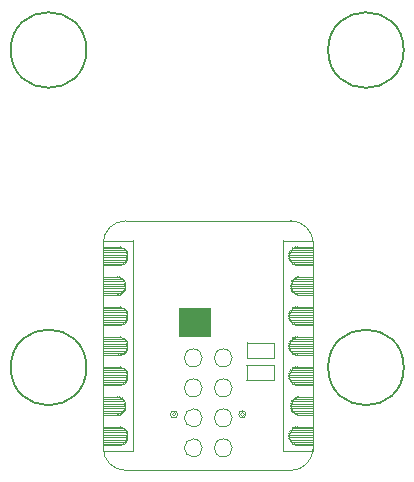
<source format=gbr>
%TF.GenerationSoftware,KiCad,Pcbnew,8.0.4*%
%TF.CreationDate,2025-06-19T10:42:22-04:00*%
%TF.ProjectId,foc_pcb,666f635f-7063-4622-9e6b-696361645f70,2.0*%
%TF.SameCoordinates,Original*%
%TF.FileFunction,Other,Comment*%
%FSLAX46Y46*%
G04 Gerber Fmt 4.6, Leading zero omitted, Abs format (unit mm)*
G04 Created by KiCad (PCBNEW 8.0.4) date 2025-06-19 10:42:22*
%MOMM*%
%LPD*%
G01*
G04 APERTURE LIST*
%ADD10C,0.010000*%
%ADD11C,0.000000*%
%ADD12C,0.150000*%
G04 APERTURE END LIST*
D10*
%TO.C,U3*%
X303130516Y-154491033D02*
X303130516Y-154541833D01*
X303130516Y-154541833D02*
X303130516Y-154592633D01*
X303130516Y-154592633D02*
X303130516Y-154643433D01*
X303130516Y-154592633D02*
X304723518Y-154592633D01*
X303130516Y-154643433D02*
X303130517Y-154745034D01*
X303130516Y-158605833D02*
X303130516Y-158656633D01*
X303130516Y-158605833D02*
X303181317Y-158605832D01*
X303130516Y-158656633D02*
X303130517Y-159571033D01*
X303130516Y-160688633D02*
X303130516Y-160739433D01*
X303130516Y-160688633D02*
X305117217Y-160688632D01*
X303130516Y-160739433D02*
X303130516Y-160841033D01*
X303130516Y-160841033D02*
X303130516Y-160891833D01*
X303130516Y-160891833D02*
X303130516Y-160942633D01*
X303130516Y-160891833D02*
X304998517Y-160891833D01*
X303130516Y-160942633D02*
X303130517Y-161044234D01*
X303130516Y-162771433D02*
X303130516Y-162873033D01*
X303130516Y-162873033D02*
X303130516Y-162923833D01*
X303130516Y-162923833D02*
X303130516Y-162974633D01*
X303130516Y-162923833D02*
X305162516Y-162923833D01*
X303130516Y-162974633D02*
X303130517Y-163076234D01*
X303130516Y-164905033D02*
X303130516Y-164955833D01*
X303130516Y-164955833D02*
X303130516Y-165006633D01*
X303130516Y-164955833D02*
X304998517Y-164955833D01*
X303130516Y-165006633D02*
X303130517Y-165108234D01*
X303130516Y-171051833D02*
X303130516Y-171102633D01*
X303130516Y-171051833D02*
X304998517Y-171051833D01*
X303130516Y-171102633D02*
X303130516Y-171204233D01*
X303130516Y-171204233D02*
X303130516Y-171255033D01*
X303130516Y-171255033D02*
X303130516Y-171305833D01*
X303130516Y-171255033D02*
X304723517Y-171255034D01*
X303130516Y-171305833D02*
X303130517Y-171356634D01*
X303130516Y-171305833D02*
X303181317Y-171305834D01*
X303130517Y-154033833D02*
X303162217Y-154033833D01*
X303130517Y-154234833D02*
X303130516Y-154491033D01*
X303130517Y-154745034D02*
X303130517Y-154795834D01*
X303130517Y-154795834D02*
X303130516Y-171051833D01*
X303130517Y-154795834D02*
X303130517Y-154846634D01*
X303130517Y-154795834D02*
X304998517Y-154795833D01*
X303130517Y-154846634D02*
X303130517Y-154948233D01*
X303130517Y-154948233D02*
X303130517Y-154999033D01*
X303130517Y-154999033D02*
X303130517Y-155049833D01*
X303130517Y-154999033D02*
X305117217Y-154999033D01*
X303130517Y-155049833D02*
X303130517Y-155151433D01*
X303130517Y-155151433D02*
X303130517Y-155202233D01*
X303130517Y-155202233D02*
X303130517Y-155253033D01*
X303130517Y-155202233D02*
X305158717Y-155202233D01*
X303130517Y-155253033D02*
X303130517Y-155354633D01*
X303130517Y-155354633D02*
X303130517Y-155405433D01*
X303130517Y-155405433D02*
X303130517Y-155456233D01*
X303130517Y-155405433D02*
X305158717Y-155405433D01*
X303130517Y-155456233D02*
X303130517Y-155557833D01*
X303130517Y-155557833D02*
X303130517Y-155608633D01*
X303130517Y-155608633D02*
X303130517Y-155659433D01*
X303130517Y-155608633D02*
X305117217Y-155608633D01*
X303130517Y-155659433D02*
X303130517Y-155761033D01*
X303130517Y-155761033D02*
X303130517Y-155811833D01*
X303130517Y-155811833D02*
X303130517Y-155862633D01*
X303130517Y-155811833D02*
X304998516Y-155811833D01*
X303130517Y-155862633D02*
X303130517Y-155964233D01*
X303130517Y-155964233D02*
X303130517Y-156015033D01*
X303130517Y-156015033D02*
X303130517Y-156065833D01*
X303130517Y-156015033D02*
X304723517Y-156015033D01*
X303130517Y-156065833D02*
X303130517Y-156116633D01*
X303130517Y-156065833D02*
X303181317Y-156065833D01*
X303130517Y-156116633D02*
X303130517Y-157031033D01*
X303130517Y-157031033D02*
X303130517Y-157081833D01*
X303130517Y-157081833D02*
X303130517Y-157132633D01*
X303130517Y-157132633D02*
X303130517Y-157183433D01*
X303130517Y-157183433D02*
X303130517Y-157234233D01*
X303130517Y-157234233D02*
X303130517Y-157285033D01*
X303130517Y-157234233D02*
X304747917Y-157234233D01*
X303130517Y-157285033D02*
X303130517Y-157386633D01*
X303130517Y-157386633D02*
X303130517Y-157437433D01*
X303130517Y-157437433D02*
X303130517Y-157488233D01*
X303130517Y-157437433D02*
X304915917Y-157437432D01*
X303130517Y-157488233D02*
X303130517Y-157589833D01*
X303130517Y-157589833D02*
X303130517Y-157640633D01*
X303130517Y-157640633D02*
X303130517Y-157691433D01*
X303130517Y-157640633D02*
X304988117Y-157640632D01*
X303130517Y-157691433D02*
X303130517Y-157793033D01*
X303130517Y-157793033D02*
X303130517Y-157843833D01*
X303130517Y-157843833D02*
X303130517Y-157894633D01*
X303130517Y-157843833D02*
X304998217Y-157843833D01*
X303130517Y-157894633D02*
X303130517Y-157996233D01*
X303130517Y-157996233D02*
X303130517Y-158047033D01*
X303130517Y-158047033D02*
X303130517Y-158097833D01*
X303130517Y-158047033D02*
X304988117Y-158047033D01*
X303130517Y-158097833D02*
X303130517Y-158199433D01*
X303130517Y-158199433D02*
X303130517Y-158250233D01*
X303130517Y-158250233D02*
X303130517Y-158301033D01*
X303130517Y-158250233D02*
X304915917Y-158250233D01*
X303130517Y-158301033D02*
X303130517Y-158402633D01*
X303130517Y-158402633D02*
X303130517Y-158453432D01*
X303130517Y-158453432D02*
X303130517Y-158504232D01*
X303130517Y-158453432D02*
X304747917Y-158453433D01*
X303130517Y-158504232D02*
X303130517Y-158555032D01*
X303130517Y-158555032D02*
X303130516Y-158605833D01*
X303130517Y-159571033D02*
X303130517Y-159621833D01*
X303130517Y-159621833D02*
X303130517Y-159672633D01*
X303130517Y-159672633D02*
X303130517Y-159723433D01*
X303130517Y-159672633D02*
X304723517Y-159672633D01*
X303130517Y-159723433D02*
X303130517Y-159825033D01*
X303130517Y-159825033D02*
X303130517Y-159875833D01*
X303130517Y-159875833D02*
X303130517Y-159926633D01*
X303130517Y-159875833D02*
X304998516Y-159875833D01*
X303130517Y-159926633D02*
X303130517Y-160028233D01*
X303130517Y-160028233D02*
X303130517Y-160079033D01*
X303130517Y-160079033D02*
X303130517Y-160129833D01*
X303130517Y-160079033D02*
X305117217Y-160079033D01*
X303130517Y-160129833D02*
X303130517Y-160231433D01*
X303130517Y-160231433D02*
X303130517Y-160282233D01*
X303130517Y-160282233D02*
X303130517Y-160333033D01*
X303130517Y-160282233D02*
X305158717Y-160282233D01*
X303130517Y-160333033D02*
X303130517Y-160434633D01*
X303130517Y-160434633D02*
X303130517Y-160485433D01*
X303130517Y-160485433D02*
X303130517Y-160536232D01*
X303130517Y-160485433D02*
X305158717Y-160485433D01*
X303130517Y-160536232D02*
X303130517Y-160637832D01*
X303130517Y-160637832D02*
X303130516Y-160688633D01*
X303130517Y-161044234D02*
X303130517Y-161095034D01*
X303130517Y-161095034D02*
X303130517Y-161145833D01*
X303130517Y-161095034D02*
X304723517Y-161095034D01*
X303130517Y-161145833D02*
X303130517Y-161196633D01*
X303130517Y-161145833D02*
X303181317Y-161145833D01*
X303130517Y-161196633D02*
X303130517Y-162111033D01*
X303130517Y-162111033D02*
X303130517Y-162161833D01*
X303130517Y-162161833D02*
X303130517Y-162212633D01*
X303130517Y-162212633D02*
X303130517Y-162263433D01*
X303130517Y-162263433D02*
X303130517Y-162314233D01*
X303130517Y-162314233D02*
X303130517Y-162365033D01*
X303130517Y-162314233D02*
X304894317Y-162314233D01*
X303130517Y-162365033D02*
X303130517Y-162466633D01*
X303130517Y-162466633D02*
X303130517Y-162517433D01*
X303130517Y-162517433D02*
X303130517Y-162568233D01*
X303130517Y-162517433D02*
X305068917Y-162517433D01*
X303130517Y-162568233D02*
X303130517Y-162669832D01*
X303130517Y-162669832D02*
X303130517Y-162720632D01*
X303130517Y-162720632D02*
X303130516Y-162771433D01*
X303130517Y-162720632D02*
X305148016Y-162720633D01*
X303130517Y-163076234D02*
X303130517Y-163127034D01*
X303130517Y-163127034D02*
X303130517Y-163177834D01*
X303130517Y-163127034D02*
X305148016Y-163127033D01*
X303130517Y-163177834D02*
X303130517Y-163279433D01*
X303130517Y-163279433D02*
X303130517Y-163330233D01*
X303130517Y-163330233D02*
X303130517Y-163381033D01*
X303130517Y-163330233D02*
X305068917Y-163330233D01*
X303130517Y-163381033D02*
X303130517Y-163482633D01*
X303130517Y-163482633D02*
X303130517Y-163533433D01*
X303130517Y-163533433D02*
X303130517Y-163584233D01*
X303130517Y-163533433D02*
X304894317Y-163533433D01*
X303130517Y-163584233D02*
X303130517Y-163635033D01*
X303130517Y-163635033D02*
X303130517Y-163685833D01*
X303130517Y-163685833D02*
X303130517Y-163736633D01*
X303130517Y-163685833D02*
X303181317Y-163685833D01*
X303130517Y-163736633D02*
X303130517Y-164651033D01*
X303130517Y-164651033D02*
X303130517Y-164701832D01*
X303130517Y-164701832D02*
X303130517Y-164752632D01*
X303130517Y-164752632D02*
X303130517Y-164803432D01*
X303130517Y-164752632D02*
X304723517Y-164752632D01*
X303130517Y-164803432D02*
X303130516Y-164905033D01*
X303130517Y-165108234D02*
X303130517Y-165159034D01*
X303130517Y-165159034D02*
X303130517Y-165209834D01*
X303130517Y-165159034D02*
X305117217Y-165159034D01*
X303130517Y-165209834D02*
X303130517Y-165311433D01*
X303130517Y-165311433D02*
X303130517Y-165362233D01*
X303130517Y-165362233D02*
X303130517Y-165413033D01*
X303130517Y-165362233D02*
X305158717Y-165362233D01*
X303130517Y-165413033D02*
X303130517Y-165514633D01*
X303130517Y-165514633D02*
X303130517Y-165565433D01*
X303130517Y-165565433D02*
X303130517Y-165616233D01*
X303130517Y-165565433D02*
X305158717Y-165565433D01*
X303130517Y-165616233D02*
X303130517Y-165717833D01*
X303130517Y-165717833D02*
X303130517Y-165768633D01*
X303130517Y-165768633D02*
X303130517Y-165819433D01*
X303130517Y-165768633D02*
X305117217Y-165768633D01*
X303130517Y-165819433D02*
X303130517Y-165921033D01*
X303130517Y-165921033D02*
X303130517Y-165971833D01*
X303130517Y-165971833D02*
X303130517Y-166022633D01*
X303130517Y-165971833D02*
X304998516Y-165971833D01*
X303130517Y-166022633D02*
X303130517Y-166124233D01*
X303130517Y-166124233D02*
X303130517Y-166175033D01*
X303130517Y-166175033D02*
X303130517Y-166225833D01*
X303130517Y-166175033D02*
X304723517Y-166175033D01*
X303130517Y-166225833D02*
X303130517Y-166276633D01*
X303130517Y-166225833D02*
X303181317Y-166225833D01*
X303130517Y-166276633D02*
X303130517Y-167191034D01*
X303130517Y-167191034D02*
X303130517Y-167241834D01*
X303130517Y-167241834D02*
X303130517Y-167292634D01*
X303130517Y-167292634D02*
X303130517Y-167343433D01*
X303130517Y-167343433D02*
X303130517Y-167394233D01*
X303130517Y-167394233D02*
X303130517Y-167445033D01*
X303130517Y-167394233D02*
X304747917Y-167394233D01*
X303130517Y-167445033D02*
X303130517Y-167546633D01*
X303130517Y-167546633D02*
X303130517Y-167597433D01*
X303130517Y-167597433D02*
X303130517Y-167648233D01*
X303130517Y-167597433D02*
X304915917Y-167597433D01*
X303130517Y-167648233D02*
X303130517Y-167749833D01*
X303130517Y-167749833D02*
X303130517Y-167800633D01*
X303130517Y-167800633D02*
X303130517Y-167851433D01*
X303130517Y-167800633D02*
X304988117Y-167800632D01*
X303130517Y-167851433D02*
X303130517Y-167953033D01*
X303130517Y-167953033D02*
X303130517Y-168003833D01*
X303130517Y-168003833D02*
X303130517Y-168054633D01*
X303130517Y-168003833D02*
X304998217Y-168003833D01*
X303130517Y-168054633D02*
X303130517Y-168156233D01*
X303130517Y-168156233D02*
X303130517Y-168207033D01*
X303130517Y-168207033D02*
X303130517Y-168257833D01*
X303130517Y-168207033D02*
X304988117Y-168207034D01*
X303130517Y-168257833D02*
X303130517Y-168359433D01*
X303130517Y-168359433D02*
X303130517Y-168410233D01*
X303130517Y-168410233D02*
X303130517Y-168461033D01*
X303130517Y-168410233D02*
X304915917Y-168410233D01*
X303130517Y-168461033D02*
X303130517Y-168562633D01*
X303130517Y-168562633D02*
X303130517Y-168613433D01*
X303130517Y-168613433D02*
X303130517Y-168664233D01*
X303130517Y-168613433D02*
X304747917Y-168613433D01*
X303130517Y-168664233D02*
X303130517Y-168715033D01*
X303130517Y-168715033D02*
X303130517Y-168765833D01*
X303130517Y-168765833D02*
X303130517Y-168816632D01*
X303130517Y-168765833D02*
X303181317Y-168765833D01*
X303130517Y-168816632D02*
X303130517Y-169731033D01*
X303130517Y-169731033D02*
X303130517Y-169781833D01*
X303130517Y-169781833D02*
X303130517Y-169832633D01*
X303130517Y-169832633D02*
X303130517Y-169883433D01*
X303130517Y-169832633D02*
X304723517Y-169832633D01*
X303130517Y-169883433D02*
X303130517Y-169985033D01*
X303130517Y-169985033D02*
X303130517Y-170035833D01*
X303130517Y-170035833D02*
X303130517Y-170086633D01*
X303130517Y-170035833D02*
X304998516Y-170035833D01*
X303130517Y-170086633D02*
X303130517Y-170188233D01*
X303130517Y-170188233D02*
X303130517Y-170239033D01*
X303130517Y-170239033D02*
X303130517Y-170289833D01*
X303130517Y-170239033D02*
X305117217Y-170239033D01*
X303130517Y-170289833D02*
X303130517Y-170391433D01*
X303130517Y-170391433D02*
X303130517Y-170442233D01*
X303130517Y-170442233D02*
X303130517Y-170493033D01*
X303130517Y-170442233D02*
X305158717Y-170442233D01*
X303130517Y-170493033D02*
X303130517Y-170594633D01*
X303130517Y-170594633D02*
X303130517Y-170645433D01*
X303130517Y-170645433D02*
X303130517Y-170696233D01*
X303130517Y-170645433D02*
X305158717Y-170645433D01*
X303130517Y-170696233D02*
X303130517Y-170797833D01*
X303130517Y-170797833D02*
X303130517Y-170848633D01*
X303130517Y-170848633D02*
X303130517Y-170899432D01*
X303130517Y-170848633D02*
X305117217Y-170848633D01*
X303130517Y-170899432D02*
X303130517Y-171001032D01*
X303130517Y-171001032D02*
X303130516Y-171051833D01*
X303130517Y-171356634D02*
X303130517Y-171559833D01*
X303130517Y-171813833D02*
X303130517Y-154033833D01*
X303162217Y-154033833D02*
X305638717Y-154033833D01*
X303162217Y-171813833D02*
X303130517Y-171813833D01*
X303181316Y-154541833D02*
X303130516Y-154541833D01*
X303181317Y-156065833D02*
X304464017Y-156065833D01*
X303181317Y-157081833D02*
X303130517Y-157081833D01*
X303181317Y-158605832D02*
X304349717Y-158605833D01*
X303181317Y-159621833D02*
X303130517Y-159621833D01*
X303181317Y-161145833D02*
X304464017Y-161145833D01*
X303181317Y-162161833D02*
X303130517Y-162161833D01*
X303181317Y-163685833D02*
X304464017Y-163685833D01*
X303181317Y-164701832D02*
X303130517Y-164701832D01*
X303181317Y-166225833D02*
X304464017Y-166225833D01*
X303181317Y-167241834D02*
X303130517Y-167241834D01*
X303181317Y-168765833D02*
X304349717Y-168765833D01*
X303181317Y-169781833D02*
X303130517Y-169781833D01*
X303181317Y-171305834D02*
X304464017Y-171305833D01*
X304349717Y-157081833D02*
X303181317Y-157081833D01*
X304349717Y-158605833D02*
X304480617Y-158588033D01*
X304349717Y-167241833D02*
X303181317Y-167241834D01*
X304349717Y-168765833D02*
X304480617Y-168748033D01*
X304464017Y-154541833D02*
X303181316Y-154541833D01*
X304464017Y-156065833D02*
X304600316Y-156052433D01*
X304464017Y-159621833D02*
X303181317Y-159621833D01*
X304464017Y-161145833D02*
X304600317Y-161132433D01*
X304464017Y-162161833D02*
X303181317Y-162161833D01*
X304464017Y-163685833D02*
X304600317Y-163672433D01*
X304464017Y-164701833D02*
X303181317Y-164701832D01*
X304464017Y-166225833D02*
X304600317Y-166212432D01*
X304464017Y-169781833D02*
X303181317Y-169781833D01*
X304464017Y-171305833D02*
X304600317Y-171292433D01*
X304480617Y-157099633D02*
X304349717Y-157081833D01*
X304480617Y-158588033D02*
X304605517Y-158545033D01*
X304480617Y-167259633D02*
X304349717Y-167241833D01*
X304480617Y-168748033D02*
X304605517Y-168705033D01*
X304600316Y-156052433D02*
X304731317Y-156012634D01*
X304600317Y-154555233D02*
X304464017Y-154541833D01*
X304600317Y-159635233D02*
X304464017Y-159621833D01*
X304600317Y-161132433D02*
X304731317Y-161092633D01*
X304600317Y-162175233D02*
X304464017Y-162161833D01*
X304600317Y-163672433D02*
X304731317Y-163632633D01*
X304600317Y-164715233D02*
X304464017Y-164701833D01*
X304600317Y-166212432D02*
X304731316Y-166172633D01*
X304600317Y-169795234D02*
X304464017Y-169781833D01*
X304600317Y-171292433D02*
X304731317Y-171252633D01*
X304605517Y-157142633D02*
X304480617Y-157099633D01*
X304605517Y-158545033D02*
X304719717Y-158478433D01*
X304605517Y-167302633D02*
X304480617Y-167259633D01*
X304605517Y-168705033D02*
X304719717Y-168638433D01*
X304719717Y-157209233D02*
X304605517Y-157142633D01*
X304719717Y-158478433D02*
X304818617Y-158390933D01*
X304719717Y-167369233D02*
X304605517Y-167302633D01*
X304719717Y-168638433D02*
X304818617Y-168550933D01*
X304731316Y-159675033D02*
X304600317Y-159635233D01*
X304731316Y-166172633D02*
X304852117Y-166108134D01*
X304731317Y-154595033D02*
X304600317Y-154555233D01*
X304731317Y-156012634D02*
X304852117Y-155948133D01*
X304731317Y-161092633D02*
X304852117Y-161028133D01*
X304731317Y-162215033D02*
X304600317Y-162175233D01*
X304731317Y-163632633D02*
X304852117Y-163568132D01*
X304731317Y-164755033D02*
X304600317Y-164715233D01*
X304731317Y-169835032D02*
X304600317Y-169795234D01*
X304731317Y-171252633D02*
X304852117Y-171188133D01*
X304818617Y-157296733D02*
X304719717Y-157209233D01*
X304818617Y-158390933D02*
X304898617Y-158285733D01*
X304818617Y-167456733D02*
X304719717Y-167369233D01*
X304818617Y-168550933D02*
X304898617Y-168445733D01*
X304852117Y-154659533D02*
X304731317Y-154595033D01*
X304852117Y-155948133D02*
X304957917Y-155861233D01*
X304852117Y-159739532D02*
X304731316Y-159675033D01*
X304852117Y-161028133D02*
X304957916Y-160941233D01*
X304852117Y-162279534D02*
X304731317Y-162215033D01*
X304852117Y-163568132D02*
X304957917Y-163481233D01*
X304852117Y-164819533D02*
X304731317Y-164755033D01*
X304852117Y-166108134D02*
X304957917Y-166021233D01*
X304852117Y-169899533D02*
X304731317Y-169835032D01*
X304852117Y-171188133D02*
X304957916Y-171101233D01*
X304898617Y-157401933D02*
X304818617Y-157296733D01*
X304898617Y-158285733D02*
X304956517Y-158166933D01*
X304898617Y-167561933D02*
X304818617Y-167456733D01*
X304898617Y-168445733D02*
X304956517Y-168326933D01*
X304956517Y-157520733D02*
X304898617Y-157401933D01*
X304956517Y-158166933D02*
X304990117Y-158039233D01*
X304956517Y-167680733D02*
X304898617Y-167561933D01*
X304956517Y-168326933D02*
X304990117Y-168199233D01*
X304957916Y-154746433D02*
X304852117Y-154659533D01*
X304957916Y-160941233D02*
X305044817Y-160835433D01*
X304957916Y-164906433D02*
X304852117Y-164819533D01*
X304957916Y-171101233D02*
X305044817Y-170995433D01*
X304957917Y-155861233D02*
X305044817Y-155755433D01*
X304957917Y-159826433D02*
X304852117Y-159739532D01*
X304957917Y-162366433D02*
X304852117Y-162279534D01*
X304957917Y-163481233D02*
X305044817Y-163375432D01*
X304957917Y-166021233D02*
X305044817Y-165915433D01*
X304957917Y-169986433D02*
X304852117Y-169899533D01*
X304990117Y-157648433D02*
X304956517Y-157520733D01*
X304990117Y-158039233D02*
X304998217Y-157907333D01*
X304990117Y-167808433D02*
X304956517Y-167680733D01*
X304990117Y-168199233D02*
X304998217Y-168067333D01*
X304998217Y-157780333D02*
X304990117Y-157648433D01*
X304998217Y-157793033D02*
X304998217Y-157780333D01*
X304998217Y-157843833D02*
X304998217Y-157793033D01*
X304998217Y-157894633D02*
X304998217Y-157843833D01*
X304998217Y-157907333D02*
X304998217Y-157894633D01*
X304998217Y-167940333D02*
X304990117Y-167808433D01*
X304998217Y-167953033D02*
X304998217Y-167940333D01*
X304998217Y-168003833D02*
X304998217Y-167953033D01*
X304998217Y-168054633D02*
X304998217Y-168003833D01*
X304998217Y-168067333D02*
X304998217Y-168054633D01*
X305035517Y-173464833D02*
X319005517Y-173464833D01*
X305044817Y-154852233D02*
X304957916Y-154746433D01*
X305044817Y-155755433D02*
X305109317Y-155634633D01*
X305044817Y-159932232D02*
X304957917Y-159826433D01*
X305044817Y-160835433D02*
X305109317Y-160714633D01*
X305044817Y-162472234D02*
X304957917Y-162366433D01*
X305044817Y-163375432D02*
X305109317Y-163254633D01*
X305044817Y-165012233D02*
X304957916Y-164906433D01*
X305044817Y-165915433D02*
X305109317Y-165794633D01*
X305044817Y-170092233D02*
X304957917Y-169986433D01*
X305044817Y-170995433D02*
X305109317Y-170874633D01*
X305109317Y-154973033D02*
X305044817Y-154852233D01*
X305109317Y-155634633D02*
X305117217Y-155608633D01*
X305109317Y-160053033D02*
X305044817Y-159932232D01*
X305109317Y-160714633D02*
X305117217Y-160688632D01*
X305109317Y-162593033D02*
X305044817Y-162472234D01*
X305109317Y-163254633D02*
X305149117Y-163123633D01*
X305109317Y-165133033D02*
X305044817Y-165012233D01*
X305109317Y-165794633D02*
X305117217Y-165768633D01*
X305109317Y-170213033D02*
X305044817Y-170092233D01*
X305109317Y-170874633D02*
X305117217Y-170848633D01*
X305117217Y-154999033D02*
X305109317Y-154973033D01*
X305117217Y-155608633D02*
X305149117Y-155503633D01*
X305117217Y-160079033D02*
X305109317Y-160053033D01*
X305117217Y-160688632D02*
X305149117Y-160583633D01*
X305117217Y-165159034D02*
X305109317Y-165133033D01*
X305117217Y-165768633D02*
X305149117Y-165663633D01*
X305117217Y-170239033D02*
X305109317Y-170213033D01*
X305117217Y-170848633D02*
X305149117Y-170743633D01*
X305149117Y-155104033D02*
X305117217Y-154999033D01*
X305149117Y-155503633D02*
X305162517Y-155367333D01*
X305149117Y-160184033D02*
X305117217Y-160079033D01*
X305149117Y-160583633D02*
X305162516Y-160447333D01*
X305149117Y-162724033D02*
X305109317Y-162593033D01*
X305149117Y-163123633D02*
X305162517Y-162987333D01*
X305149117Y-165264033D02*
X305117217Y-165159034D01*
X305149117Y-165663633D02*
X305162517Y-165527333D01*
X305149117Y-170344033D02*
X305117217Y-170239033D01*
X305149117Y-170743633D02*
X305162516Y-170607333D01*
X305162516Y-155240333D02*
X305149117Y-155104033D01*
X305162516Y-160447333D02*
X305162517Y-160320333D01*
X305162516Y-162873033D02*
X305162517Y-162860333D01*
X305162516Y-162923833D02*
X305162516Y-162873033D01*
X305162516Y-162974633D02*
X305162516Y-162923833D01*
X305162516Y-165400333D02*
X305149117Y-165264033D01*
X305162516Y-170607333D02*
X305162517Y-170480333D01*
X305162517Y-155367333D02*
X305162516Y-155240333D01*
X305162517Y-160320333D02*
X305149117Y-160184033D01*
X305162517Y-162860333D02*
X305149117Y-162724033D01*
X305162517Y-162987333D02*
X305162516Y-162974633D01*
X305162517Y-165527333D02*
X305162516Y-165400333D01*
X305162517Y-170480333D02*
X305149117Y-170344033D01*
X305638717Y-154033833D02*
X305670517Y-154033833D01*
X305670517Y-154033833D02*
X305670517Y-171782133D01*
X305670517Y-171782133D02*
X305670517Y-171813833D01*
X305670517Y-171813833D02*
X303162217Y-171813833D01*
X315322517Y-162669833D02*
X315322517Y-163939833D01*
X315322517Y-163939833D02*
X315354217Y-163939833D01*
X315322517Y-164574833D02*
X315322517Y-165844833D01*
X315322517Y-165844833D02*
X315354218Y-165844833D01*
X315354217Y-162669832D02*
X315322517Y-162669833D01*
X315354217Y-163939833D02*
X317576717Y-163939833D01*
X315354217Y-164574833D02*
X315322517Y-164574833D01*
X315354218Y-165844833D02*
X317576716Y-165844833D01*
X317576716Y-165844833D02*
X317608516Y-165844833D01*
X317576717Y-163939833D02*
X317608517Y-163939833D01*
X317608516Y-165844833D02*
X317608517Y-164606633D01*
X317608517Y-162669832D02*
X315354217Y-162669832D01*
X317608517Y-162701533D02*
X317608517Y-162669832D01*
X317608517Y-163939833D02*
X317608517Y-162701533D01*
X317608517Y-164574833D02*
X315354217Y-164574833D01*
X317608517Y-164606633D02*
X317608517Y-164574833D01*
X318370517Y-154033833D02*
X320878817Y-154033833D01*
X318370517Y-154065633D02*
X318370517Y-154033833D01*
X318370517Y-171813833D02*
X318370517Y-154065633D01*
X318402217Y-171813833D02*
X318370517Y-171813833D01*
X318878517Y-155240333D02*
X318878517Y-155367334D01*
X318878517Y-155367334D02*
X318891917Y-155503633D01*
X318878517Y-160447333D02*
X318891917Y-160583633D01*
X318878517Y-162860333D02*
X318878517Y-162873033D01*
X318878517Y-162873033D02*
X318878517Y-162923833D01*
X318878517Y-162923833D02*
X318878517Y-162974633D01*
X318878517Y-162974633D02*
X318878517Y-162987333D01*
X318878517Y-162987333D02*
X318891917Y-163123633D01*
X318878517Y-165400333D02*
X318878517Y-165527334D01*
X318878517Y-165527334D02*
X318891917Y-165663633D01*
X318878517Y-170480332D02*
X318878517Y-170607333D01*
X318878517Y-170607333D02*
X318891917Y-170743633D01*
X318878518Y-160320333D02*
X318878517Y-160447333D01*
X318891917Y-155104033D02*
X318878517Y-155240333D01*
X318891917Y-155503633D02*
X318923816Y-155608633D01*
X318891917Y-160184033D02*
X318878518Y-160320333D01*
X318891917Y-160583633D02*
X318923817Y-160688633D01*
X318891917Y-162724033D02*
X318878517Y-162860333D01*
X318891917Y-163123633D02*
X318931717Y-163254633D01*
X318891917Y-165264033D02*
X318878517Y-165400333D01*
X318891917Y-165663633D02*
X318923817Y-165768632D01*
X318891917Y-170344033D02*
X318878517Y-170480332D01*
X318891917Y-170743633D02*
X318923817Y-170848633D01*
X318923816Y-155608633D02*
X318931717Y-155634633D01*
X318923817Y-154999033D02*
X318891917Y-155104033D01*
X318923817Y-160079033D02*
X318891917Y-160184033D01*
X318923817Y-160688633D02*
X318931717Y-160714633D01*
X318923817Y-165159033D02*
X318891917Y-165264033D01*
X318923817Y-165768632D02*
X318931717Y-165794633D01*
X318923817Y-170239034D02*
X318891917Y-170344033D01*
X318923817Y-170848633D02*
X318931717Y-170874634D01*
X318931717Y-155634633D02*
X318996217Y-155755433D01*
X318931717Y-160053033D02*
X318923817Y-160079033D01*
X318931717Y-160714633D02*
X318996217Y-160835433D01*
X318931717Y-162593033D02*
X318891917Y-162724033D01*
X318931717Y-163254633D02*
X318996217Y-163375433D01*
X318931717Y-165133033D02*
X318923817Y-165159033D01*
X318931717Y-165794633D02*
X318996217Y-165915433D01*
X318931717Y-170213033D02*
X318923817Y-170239034D01*
X318931717Y-170874634D02*
X318996217Y-170995434D01*
X318931718Y-154973033D02*
X318923817Y-154999033D01*
X318996217Y-154852232D02*
X318931718Y-154973033D01*
X318996217Y-155755433D02*
X319083117Y-155861233D01*
X318996217Y-159932233D02*
X318931717Y-160053033D01*
X318996217Y-160835433D02*
X319083117Y-160941233D01*
X318996217Y-162472233D02*
X318931717Y-162593033D01*
X318996217Y-163375433D02*
X319083117Y-163481233D01*
X318996217Y-165012233D02*
X318931717Y-165133033D01*
X318996217Y-165915433D02*
X319083118Y-166021233D01*
X318996217Y-170092233D02*
X318931717Y-170213033D01*
X318996217Y-170995434D02*
X319083117Y-171101233D01*
X319005517Y-152329833D02*
X305035517Y-152329833D01*
X319042817Y-157780333D02*
X319042817Y-157793033D01*
X319042817Y-157793033D02*
X319042817Y-157843833D01*
X319042817Y-157843833D02*
X319042817Y-157894633D01*
X319042817Y-157894633D02*
X319042817Y-157907333D01*
X319042817Y-157907333D02*
X319050917Y-158039233D01*
X319042817Y-167940333D02*
X319042817Y-167953033D01*
X319042817Y-167953033D02*
X319042817Y-168003833D01*
X319042817Y-168003833D02*
X319042817Y-168054633D01*
X319042817Y-168054633D02*
X319042817Y-168067333D01*
X319042817Y-168067333D02*
X319050917Y-168199233D01*
X319050917Y-157648433D02*
X319042817Y-157780333D01*
X319050917Y-158039233D02*
X319084517Y-158166933D01*
X319050917Y-167808433D02*
X319042817Y-167940333D01*
X319050917Y-168199233D02*
X319084517Y-168326933D01*
X319083117Y-154746433D02*
X318996217Y-154852232D01*
X319083117Y-155861233D02*
X319188917Y-155948133D01*
X319083117Y-160941233D02*
X319188917Y-161028133D01*
X319083117Y-162366433D02*
X318996217Y-162472233D01*
X319083117Y-163481233D02*
X319188917Y-163568133D01*
X319083117Y-164906433D02*
X318996217Y-165012233D01*
X319083117Y-169986432D02*
X318996217Y-170092233D01*
X319083117Y-171101233D02*
X319188917Y-171188134D01*
X319083118Y-159826433D02*
X318996217Y-159932233D01*
X319083118Y-166021233D02*
X319188917Y-166108133D01*
X319084517Y-157520732D02*
X319050917Y-157648433D01*
X319084517Y-158166933D02*
X319142417Y-158285734D01*
X319084517Y-167680733D02*
X319050917Y-167808433D01*
X319084517Y-168326933D02*
X319142417Y-168445732D01*
X319142417Y-157401934D02*
X319084517Y-157520732D01*
X319142417Y-158285734D02*
X319222417Y-158390933D01*
X319142417Y-167561932D02*
X319084517Y-167680733D01*
X319142417Y-168445732D02*
X319222417Y-168550934D01*
X319188917Y-154659532D02*
X319083117Y-154746433D01*
X319188917Y-155948133D02*
X319309717Y-156012633D01*
X319188917Y-159739533D02*
X319083118Y-159826433D01*
X319188917Y-161028133D02*
X319309717Y-161092634D01*
X319188917Y-162279533D02*
X319083117Y-162366433D01*
X319188917Y-163568133D02*
X319309717Y-163632633D01*
X319188917Y-164819533D02*
X319083117Y-164906433D01*
X319188917Y-166108133D02*
X319309717Y-166172633D01*
X319188917Y-169899533D02*
X319083117Y-169986432D01*
X319188917Y-171188134D02*
X319309716Y-171252633D01*
X319222417Y-157296732D02*
X319142417Y-157401934D01*
X319222417Y-158390933D02*
X319321316Y-158478433D01*
X319222417Y-167456733D02*
X319142417Y-167561932D01*
X319222417Y-168550934D02*
X319321316Y-168638433D01*
X319309716Y-171252633D02*
X319440717Y-171292433D01*
X319309717Y-154595034D02*
X319188917Y-154659532D01*
X319309717Y-156012633D02*
X319440717Y-156052433D01*
X319309717Y-159675033D02*
X319188917Y-159739533D01*
X319309717Y-161092634D02*
X319440717Y-161132432D01*
X319309717Y-162215033D02*
X319188917Y-162279533D01*
X319309717Y-163632633D02*
X319440717Y-163672433D01*
X319309717Y-164755032D02*
X319188917Y-164819533D01*
X319309717Y-166172633D02*
X319440717Y-166212433D01*
X319309717Y-169835033D02*
X319188917Y-169899533D01*
X319321316Y-158478433D02*
X319435517Y-158545033D01*
X319321316Y-167369233D02*
X319222417Y-167456733D01*
X319321316Y-168638433D02*
X319435517Y-168705033D01*
X319321317Y-157209234D02*
X319222417Y-157296732D01*
X319435517Y-157142633D02*
X319321317Y-157209234D01*
X319435517Y-158545033D02*
X319560418Y-158588033D01*
X319435517Y-167302633D02*
X319321316Y-167369233D01*
X319435517Y-168705033D02*
X319560417Y-168748033D01*
X319440717Y-154555233D02*
X319309717Y-154595034D01*
X319440717Y-156052433D02*
X319577017Y-156065833D01*
X319440717Y-159635233D02*
X319309717Y-159675033D01*
X319440717Y-161132432D02*
X319577017Y-161145833D01*
X319440717Y-162175232D02*
X319309717Y-162215033D01*
X319440717Y-163672433D02*
X319577017Y-163685832D01*
X319440717Y-164715234D02*
X319309717Y-164755032D01*
X319440717Y-166212433D02*
X319577017Y-166225834D01*
X319440717Y-169795233D02*
X319309717Y-169835033D01*
X319440717Y-171292433D02*
X319577017Y-171305833D01*
X319560417Y-157099633D02*
X319435517Y-157142633D01*
X319560417Y-168748033D02*
X319691317Y-168765833D01*
X319560418Y-158588033D02*
X319691316Y-158605833D01*
X319560418Y-167259633D02*
X319435517Y-167302633D01*
X319577017Y-154541833D02*
X319440717Y-154555233D01*
X319577017Y-156065833D02*
X320859717Y-156065833D01*
X319577017Y-161145833D02*
X320859717Y-161145833D01*
X319577017Y-162161833D02*
X319440717Y-162175232D01*
X319577017Y-163685832D02*
X320859717Y-163685832D01*
X319577017Y-164701833D02*
X319440717Y-164715234D01*
X319577017Y-166225834D02*
X320859717Y-166225834D01*
X319577017Y-169781833D02*
X319440717Y-169795233D01*
X319577017Y-171305833D02*
X320859717Y-171305833D01*
X319577018Y-159621833D02*
X319440717Y-159635233D01*
X319691316Y-158605833D02*
X320859717Y-158605833D01*
X319691317Y-157081833D02*
X319560417Y-157099633D01*
X319691317Y-167241834D02*
X319560418Y-167259633D01*
X319691317Y-168765833D02*
X320859717Y-168765833D01*
X320859717Y-154541833D02*
X319577017Y-154541833D01*
X320859717Y-156065833D02*
X320910517Y-156065833D01*
X320859717Y-157081833D02*
X319691317Y-157081833D01*
X320859717Y-158605833D02*
X320910517Y-158605833D01*
X320859717Y-159621832D02*
X319577018Y-159621833D01*
X320859717Y-161145833D02*
X320910517Y-161145833D01*
X320859717Y-162161833D02*
X319577017Y-162161833D01*
X320859717Y-163685832D02*
X320910517Y-163685832D01*
X320859717Y-164701833D02*
X319577017Y-164701833D01*
X320859717Y-166225834D02*
X320910517Y-166225834D01*
X320859717Y-167241833D02*
X319691317Y-167241834D01*
X320859717Y-168765833D02*
X320910517Y-168765833D01*
X320859717Y-169781833D02*
X319577017Y-169781833D01*
X320859717Y-171305833D02*
X320910517Y-171305833D01*
X320878817Y-154033833D02*
X320910517Y-154033833D01*
X320878817Y-171813833D02*
X318402217Y-171813833D01*
X320910517Y-154033833D02*
X320910517Y-171813833D01*
X320910517Y-154234833D02*
X320910517Y-154491033D01*
X320910517Y-154491033D02*
X320910517Y-154541833D01*
X320910517Y-154541833D02*
X320859717Y-154541833D01*
X320910517Y-154541833D02*
X320910517Y-154592633D01*
X320910517Y-154592633D02*
X319317517Y-154592633D01*
X320910517Y-154643433D02*
X320910517Y-154592633D01*
X320910517Y-154745033D02*
X320910517Y-154643433D01*
X320910517Y-154795833D02*
X319042517Y-154795834D01*
X320910517Y-154795833D02*
X320910517Y-154745033D01*
X320910517Y-154795833D02*
X320910517Y-171051833D01*
X320910517Y-154846633D02*
X320910517Y-154795833D01*
X320910517Y-154948233D02*
X320910517Y-154846633D01*
X320910517Y-154999033D02*
X318923817Y-154999033D01*
X320910517Y-154999033D02*
X320910517Y-154948233D01*
X320910517Y-155049833D02*
X320910517Y-154999033D01*
X320910517Y-155151433D02*
X320910517Y-155049833D01*
X320910517Y-155202233D02*
X318882317Y-155202233D01*
X320910517Y-155202233D02*
X320910517Y-155151433D01*
X320910517Y-155253033D02*
X320910517Y-155202233D01*
X320910517Y-155354632D02*
X320910517Y-155253033D01*
X320910517Y-155405432D02*
X318882217Y-155405433D01*
X320910517Y-155405432D02*
X320910517Y-155354632D01*
X320910517Y-155456232D02*
X320910517Y-155405432D01*
X320910517Y-155557832D02*
X320910517Y-155456232D01*
X320910517Y-155608632D02*
X318923816Y-155608633D01*
X320910517Y-155608632D02*
X320910517Y-155557832D01*
X320910517Y-155659434D02*
X320910517Y-155608632D01*
X320910517Y-155761034D02*
X320910517Y-155659434D01*
X320910517Y-155811834D02*
X319042517Y-155811833D01*
X320910517Y-155811834D02*
X320910517Y-155761034D01*
X320910517Y-155862634D02*
X320910517Y-155811834D01*
X320910517Y-155964233D02*
X320910517Y-155862634D01*
X320910517Y-156015033D02*
X319317517Y-156015033D01*
X320910517Y-156015033D02*
X320910517Y-155964233D01*
X320910517Y-156015033D02*
X320910517Y-156065833D01*
X320910517Y-156065833D02*
X320910517Y-156116633D01*
X320910517Y-156116633D02*
X320910517Y-157031033D01*
X320910517Y-157031033D02*
X320910517Y-157081833D01*
X320910517Y-157081833D02*
X320859717Y-157081833D01*
X320910517Y-157081833D02*
X320910517Y-157132633D01*
X320910517Y-157183433D02*
X320910517Y-157132633D01*
X320910517Y-157234233D02*
X319293117Y-157234233D01*
X320910517Y-157234233D02*
X320910517Y-157183433D01*
X320910517Y-157285033D02*
X320910517Y-157234233D01*
X320910517Y-157386633D02*
X320910517Y-157285033D01*
X320910517Y-157437432D02*
X319125117Y-157437433D01*
X320910517Y-157437432D02*
X320910517Y-157386633D01*
X320910517Y-157488232D02*
X320910517Y-157437432D01*
X320910517Y-157589832D02*
X320910517Y-157488232D01*
X320910517Y-157640632D02*
X319052917Y-157640633D01*
X320910517Y-157640632D02*
X320910517Y-157589832D01*
X320910517Y-157691432D02*
X320910517Y-157640632D01*
X320910517Y-157793034D02*
X320910517Y-157691432D01*
X320910517Y-157843834D02*
X319042817Y-157843833D01*
X320910517Y-157843834D02*
X320910517Y-157793034D01*
X320910517Y-157894634D02*
X320910517Y-157843834D01*
X320910517Y-157996234D02*
X320910517Y-157894634D01*
X320910517Y-158047033D02*
X319052917Y-158047033D01*
X320910517Y-158047033D02*
X320910517Y-157996234D01*
X320910517Y-158097833D02*
X320910517Y-158047033D01*
X320910517Y-158199433D02*
X320910517Y-158097833D01*
X320910517Y-158250233D02*
X319125117Y-158250233D01*
X320910517Y-158250233D02*
X320910517Y-158199433D01*
X320910517Y-158301033D02*
X320910517Y-158250233D01*
X320910517Y-158402633D02*
X320910517Y-158301033D01*
X320910517Y-158453433D02*
X319293117Y-158453432D01*
X320910517Y-158453433D02*
X320910517Y-158402633D01*
X320910517Y-158504233D02*
X320910517Y-158453433D01*
X320910517Y-158555033D02*
X320910517Y-158504233D01*
X320910517Y-158555033D02*
X320910517Y-158605833D01*
X320910517Y-158605833D02*
X320910517Y-158656633D01*
X320910517Y-158656633D02*
X320910517Y-159571032D01*
X320910517Y-159571032D02*
X320910517Y-159621832D01*
X320910517Y-159621832D02*
X320859717Y-159621832D01*
X320910517Y-159621832D02*
X320910517Y-159672632D01*
X320910517Y-159672632D02*
X319317516Y-159672633D01*
X320910517Y-159723432D02*
X320910517Y-159672632D01*
X320910517Y-159825034D02*
X320910517Y-159723432D01*
X320910517Y-159875834D02*
X319042517Y-159875833D01*
X320910517Y-159875834D02*
X320910517Y-159825034D01*
X320910517Y-159926634D02*
X320910517Y-159875834D01*
X320910517Y-160028234D02*
X320910517Y-159926634D01*
X320910517Y-160079033D02*
X318923817Y-160079033D01*
X320910517Y-160079033D02*
X320910517Y-160028234D01*
X320910517Y-160129833D02*
X320910517Y-160079033D01*
X320910517Y-160231433D02*
X320910517Y-160129833D01*
X320910517Y-160282233D02*
X318882317Y-160282233D01*
X320910517Y-160282233D02*
X320910517Y-160231433D01*
X320910517Y-160333033D02*
X320910517Y-160282233D01*
X320910517Y-160434633D02*
X320910517Y-160333033D01*
X320910517Y-160485433D02*
X318882217Y-160485433D01*
X320910517Y-160485433D02*
X320910517Y-160434633D01*
X320910517Y-160536233D02*
X320910517Y-160485433D01*
X320910517Y-160637833D02*
X320910517Y-160536233D01*
X320910517Y-160688633D02*
X318923817Y-160688633D01*
X320910517Y-160688633D02*
X320910517Y-160637833D01*
X320910517Y-160739433D02*
X320910517Y-160688633D01*
X320910517Y-160841033D02*
X320910517Y-160739433D01*
X320910517Y-160891833D02*
X319042517Y-160891834D01*
X320910517Y-160891833D02*
X320910517Y-160841033D01*
X320910517Y-160942633D02*
X320910517Y-160891833D01*
X320910517Y-161044233D02*
X320910517Y-160942633D01*
X320910517Y-161095033D02*
X319317517Y-161095033D01*
X320910517Y-161095033D02*
X320910517Y-161044233D01*
X320910517Y-161095033D02*
X320910517Y-161145833D01*
X320910517Y-161145833D02*
X320910517Y-161196633D01*
X320910517Y-161196633D02*
X320910517Y-162111034D01*
X320910517Y-162111034D02*
X320910517Y-162161833D01*
X320910517Y-162161833D02*
X320859717Y-162161833D01*
X320910517Y-162161833D02*
X320910517Y-162212633D01*
X320910517Y-162263433D02*
X320910517Y-162212633D01*
X320910517Y-162314233D02*
X319146717Y-162314233D01*
X320910517Y-162314233D02*
X320910517Y-162263433D01*
X320910517Y-162365033D02*
X320910517Y-162314233D01*
X320910517Y-162466633D02*
X320910517Y-162365033D01*
X320910517Y-162517433D02*
X318972117Y-162517433D01*
X320910517Y-162517433D02*
X320910517Y-162466633D01*
X320910517Y-162568233D02*
X320910517Y-162517433D01*
X320910517Y-162669833D02*
X320910517Y-162568233D01*
X320910517Y-162720633D02*
X318893017Y-162720633D01*
X320910517Y-162720633D02*
X320910517Y-162669833D01*
X320910517Y-162771433D02*
X320910517Y-162720633D01*
X320910517Y-162873033D02*
X320910517Y-162771433D01*
X320910517Y-162923833D02*
X318878517Y-162923833D01*
X320910517Y-162923833D02*
X320910517Y-162873033D01*
X320910517Y-162974633D02*
X320910517Y-162923833D01*
X320910517Y-163076233D02*
X320910517Y-162974633D01*
X320910517Y-163127033D02*
X318893017Y-163127033D01*
X320910517Y-163127033D02*
X320910517Y-163076233D01*
X320910517Y-163177833D02*
X320910517Y-163127033D01*
X320910517Y-163279433D02*
X320910517Y-163177833D01*
X320910517Y-163330233D02*
X318972117Y-163330233D01*
X320910517Y-163330233D02*
X320910517Y-163279433D01*
X320910517Y-163381033D02*
X320910517Y-163330233D01*
X320910517Y-163482633D02*
X320910517Y-163381033D01*
X320910517Y-163533433D02*
X319146717Y-163533433D01*
X320910517Y-163533433D02*
X320910517Y-163482633D01*
X320910517Y-163584233D02*
X320910517Y-163533433D01*
X320910517Y-163635032D02*
X320910517Y-163584233D01*
X320910517Y-163635032D02*
X320910517Y-163685832D01*
X320910517Y-163685832D02*
X320910517Y-163736632D01*
X320910517Y-163736632D02*
X320910517Y-164651033D01*
X320910517Y-164651033D02*
X320910517Y-164701833D01*
X320910517Y-164701833D02*
X320859717Y-164701833D01*
X320910517Y-164701833D02*
X320910517Y-164752633D01*
X320910517Y-164752633D02*
X319317517Y-164752633D01*
X320910517Y-164803433D02*
X320910517Y-164752633D01*
X320910517Y-164905033D02*
X320910517Y-164803433D01*
X320910517Y-164955833D02*
X319042518Y-164955833D01*
X320910517Y-164955833D02*
X320910517Y-164905033D01*
X320910517Y-165006633D02*
X320910517Y-164955833D01*
X320910517Y-165108233D02*
X320910517Y-165006633D01*
X320910517Y-165159033D02*
X318923817Y-165159033D01*
X320910517Y-165159033D02*
X320910517Y-165108233D01*
X320910517Y-165209833D02*
X320910517Y-165159033D01*
X320910517Y-165311433D02*
X320910517Y-165209833D01*
X320910517Y-165362233D02*
X318882317Y-165362233D01*
X320910517Y-165362233D02*
X320910517Y-165311433D01*
X320910517Y-165413033D02*
X320910517Y-165362233D01*
X320910517Y-165514633D02*
X320910517Y-165413033D01*
X320910517Y-165565433D02*
X318882217Y-165565433D01*
X320910517Y-165565433D02*
X320910517Y-165514633D01*
X320910517Y-165616233D02*
X320910517Y-165565433D01*
X320910517Y-165717832D02*
X320910517Y-165616233D01*
X320910517Y-165768632D02*
X318923817Y-165768632D01*
X320910517Y-165768632D02*
X320910517Y-165717832D01*
X320910517Y-165819432D02*
X320910517Y-165768632D01*
X320910517Y-165921032D02*
X320910517Y-165819432D01*
X320910517Y-165971832D02*
X319042517Y-165971833D01*
X320910517Y-165971832D02*
X320910517Y-165921032D01*
X320910517Y-166022634D02*
X320910517Y-165971832D01*
X320910517Y-166124234D02*
X320910517Y-166022634D01*
X320910517Y-166175034D02*
X319317516Y-166175033D01*
X320910517Y-166175034D02*
X320910517Y-166124234D01*
X320910517Y-166175034D02*
X320910517Y-166225834D01*
X320910517Y-166225834D02*
X320910517Y-166276634D01*
X320910517Y-166276634D02*
X320910517Y-167191033D01*
X320910517Y-167191033D02*
X320910517Y-167241833D01*
X320910517Y-167241833D02*
X320859717Y-167241833D01*
X320910517Y-167241833D02*
X320910517Y-167292633D01*
X320910517Y-167343433D02*
X320910517Y-167292633D01*
X320910517Y-167394233D02*
X319293117Y-167394233D01*
X320910517Y-167394233D02*
X320910517Y-167343433D01*
X320910517Y-167445033D02*
X320910517Y-167394233D01*
X320910517Y-167546633D02*
X320910517Y-167445033D01*
X320910517Y-167597433D02*
X319125117Y-167597433D01*
X320910517Y-167597433D02*
X320910517Y-167546633D01*
X320910517Y-167648233D02*
X320910517Y-167597433D01*
X320910517Y-167749833D02*
X320910517Y-167648233D01*
X320910517Y-167800632D02*
X319052917Y-167800633D01*
X320910517Y-167800632D02*
X320910517Y-167749833D01*
X320910517Y-167851432D02*
X320910517Y-167800632D01*
X320910517Y-167953032D02*
X320910517Y-167851432D01*
X320910517Y-168003832D02*
X319042817Y-168003833D01*
X320910517Y-168003832D02*
X320910517Y-167953032D01*
X320910517Y-168054632D02*
X320910517Y-168003832D01*
X320910517Y-168156234D02*
X320910517Y-168054632D01*
X320910517Y-168207034D02*
X319052917Y-168207033D01*
X320910517Y-168207034D02*
X320910517Y-168156234D01*
X320910517Y-168257834D02*
X320910517Y-168207034D01*
X320910517Y-168359434D02*
X320910517Y-168257834D01*
X320910517Y-168410233D02*
X319125117Y-168410233D01*
X320910517Y-168410233D02*
X320910517Y-168359434D01*
X320910517Y-168461033D02*
X320910517Y-168410233D01*
X320910517Y-168562633D02*
X320910517Y-168461033D01*
X320910517Y-168613433D02*
X319293117Y-168613433D01*
X320910517Y-168613433D02*
X320910517Y-168562633D01*
X320910517Y-168664233D02*
X320910517Y-168613433D01*
X320910517Y-168715033D02*
X320910517Y-168664233D01*
X320910517Y-168715033D02*
X320910517Y-168765833D01*
X320910517Y-168765833D02*
X320910517Y-168816633D01*
X320910517Y-168816633D02*
X320910517Y-169731033D01*
X320910517Y-169731033D02*
X320910517Y-169781833D01*
X320910517Y-169781833D02*
X320859717Y-169781833D01*
X320910517Y-169781833D02*
X320910517Y-169832633D01*
X320910517Y-169832633D02*
X319317517Y-169832633D01*
X320910517Y-169883432D02*
X320910517Y-169832633D01*
X320910517Y-169985032D02*
X320910517Y-169883432D01*
X320910517Y-170035832D02*
X319042517Y-170035833D01*
X320910517Y-170035832D02*
X320910517Y-169985032D01*
X320910517Y-170086632D02*
X320910517Y-170035832D01*
X320910517Y-170188234D02*
X320910517Y-170086632D01*
X320910517Y-170239034D02*
X318923817Y-170239034D01*
X320910517Y-170239034D02*
X320910517Y-170188234D01*
X320910517Y-170289834D02*
X320910517Y-170239034D01*
X320910517Y-170391434D02*
X320910517Y-170289834D01*
X320910517Y-170442234D02*
X318882317Y-170442234D01*
X320910517Y-170442234D02*
X320910517Y-170391434D01*
X320910517Y-170493033D02*
X320910517Y-170442234D01*
X320910517Y-170594633D02*
X320910517Y-170493033D01*
X320910517Y-170645433D02*
X318882217Y-170645433D01*
X320910517Y-170645433D02*
X320910517Y-170594633D01*
X320910517Y-170696233D02*
X320910517Y-170645433D01*
X320910517Y-170797833D02*
X320910517Y-170696233D01*
X320910517Y-170848633D02*
X318923817Y-170848633D01*
X320910517Y-170848633D02*
X320910517Y-170797833D01*
X320910517Y-170899433D02*
X320910517Y-170848633D01*
X320910517Y-171001033D02*
X320910517Y-170899433D01*
X320910517Y-171051833D02*
X319042517Y-171051832D01*
X320910517Y-171051833D02*
X320910517Y-171001033D01*
X320910517Y-171102633D02*
X320910517Y-171051833D01*
X320910517Y-171204233D02*
X320910517Y-171102633D01*
X320910517Y-171255033D02*
X319317517Y-171255033D01*
X320910517Y-171255033D02*
X320910517Y-171204233D01*
X320910517Y-171255033D02*
X320910517Y-171305833D01*
X320910517Y-171305833D02*
X320910517Y-171356633D01*
X320910517Y-171356633D02*
X320910517Y-171559833D01*
X320910517Y-171813833D02*
X320878817Y-171813833D01*
X303079716Y-154541833D02*
G75*
G02*
X303130516Y-154491032I50801J0D01*
G01*
X303079716Y-154541833D02*
G75*
G02*
X303181316Y-154541833I50800J0D01*
G01*
X303079716Y-158605833D02*
G75*
G02*
X303130517Y-158555032I50801J0D01*
G01*
X303079716Y-171305833D02*
G75*
G02*
X303130516Y-171255032I50801J0D01*
G01*
X303079717Y-156065833D02*
G75*
G02*
X303130517Y-156015033I50800J0D01*
G01*
X303079717Y-157081833D02*
G75*
G02*
X303130517Y-157031033I50800J0D01*
G01*
X303079717Y-157081833D02*
G75*
G02*
X303181317Y-157081833I50800J0D01*
G01*
X303079717Y-159621833D02*
G75*
G02*
X303130517Y-159571033I50800J0D01*
G01*
X303079717Y-159621833D02*
G75*
G02*
X303181317Y-159621833I50800J0D01*
G01*
X303079717Y-161145833D02*
G75*
G02*
X303130517Y-161095033I50800J0D01*
G01*
X303079717Y-162161833D02*
G75*
G02*
X303130517Y-162111033I50800J0D01*
G01*
X303079717Y-162161833D02*
G75*
G02*
X303181317Y-162161833I50800J0D01*
G01*
X303079717Y-163685833D02*
G75*
G02*
X303130517Y-163635033I50800J0D01*
G01*
X303079717Y-164701832D02*
G75*
G02*
X303130517Y-164651033I50800J-1D01*
G01*
X303079717Y-164701832D02*
G75*
G02*
X303181317Y-164701832I50800J0D01*
G01*
X303079717Y-166225833D02*
G75*
G02*
X303130517Y-166175033I50800J0D01*
G01*
X303079717Y-167241834D02*
G75*
G02*
X303130517Y-167191033I50800J1D01*
G01*
X303079717Y-167241834D02*
G75*
G02*
X303181317Y-167241834I50800J0D01*
G01*
X303079717Y-168765833D02*
G75*
G02*
X303130517Y-168715033I50800J0D01*
G01*
X303079717Y-169781833D02*
G75*
G02*
X303130517Y-169731033I50800J0D01*
G01*
X303079717Y-169781833D02*
G75*
G02*
X303181317Y-169781833I50800J0D01*
G01*
X303098817Y-154033833D02*
G75*
G02*
X303162217Y-154033833I31700J0D01*
G01*
X303128017Y-154234833D02*
G75*
G02*
X303133017Y-154234833I2500J0D01*
G01*
X303128017Y-171559833D02*
G75*
G02*
X303133017Y-171559833I2500J0D01*
G01*
X303130516Y-154592633D02*
G75*
G02*
X303079717Y-154541833I1J50800D01*
G01*
X303130516Y-154643433D02*
G75*
G02*
X303130516Y-154541833I1J50800D01*
G01*
X303130516Y-158656633D02*
G75*
G02*
X303079717Y-158605833I1J50800D01*
G01*
X303130516Y-160739433D02*
G75*
G02*
X303130517Y-160637833I1J50800D01*
G01*
X303130516Y-160942633D02*
G75*
G02*
X303130516Y-160841033I1J50800D01*
G01*
X303130516Y-162771433D02*
G75*
G02*
X303130517Y-162669833I1J50800D01*
G01*
X303130516Y-162974633D02*
G75*
G02*
X303130516Y-162873033I1J50800D01*
G01*
X303130516Y-165006633D02*
G75*
G02*
X303130516Y-164905033I1J50800D01*
G01*
X303130516Y-171102633D02*
G75*
G02*
X303130517Y-171001033I1J50800D01*
G01*
X303130516Y-171305833D02*
G75*
G02*
X303130516Y-171204233I1J50800D01*
G01*
X303130517Y-154065633D02*
G75*
G02*
X303130517Y-154002033I0J31800D01*
G01*
X303130517Y-154234833D02*
G75*
G02*
X305035517Y-152329833I1905000J0D01*
G01*
X303130517Y-154234833D02*
G75*
G02*
X305035517Y-152329833I1905000J0D01*
G01*
X303130517Y-154846634D02*
G75*
G02*
X303130517Y-154745032I0J50801D01*
G01*
X303130517Y-155049833D02*
G75*
G02*
X303130517Y-154948233I0J50800D01*
G01*
X303130517Y-155253033D02*
G75*
G02*
X303130517Y-155151433I0J50800D01*
G01*
X303130517Y-155456233D02*
G75*
G02*
X303130517Y-155354633I0J50800D01*
G01*
X303130517Y-155659433D02*
G75*
G02*
X303130517Y-155557833I0J50800D01*
G01*
X303130517Y-155862633D02*
G75*
G02*
X303130517Y-155761033I0J50800D01*
G01*
X303130517Y-156065833D02*
G75*
G02*
X303130517Y-155964233I0J50800D01*
G01*
X303130517Y-156116633D02*
G75*
G02*
X303079717Y-156065833I0J50800D01*
G01*
X303130517Y-157132633D02*
G75*
G02*
X303079717Y-157081833I0J50800D01*
G01*
X303130517Y-157285033D02*
G75*
G02*
X303130517Y-157183433I0J50800D01*
G01*
X303130517Y-157488233D02*
G75*
G02*
X303130517Y-157386633I0J50800D01*
G01*
X303130517Y-157691433D02*
G75*
G02*
X303130517Y-157589833I0J50800D01*
G01*
X303130517Y-157894633D02*
G75*
G02*
X303130517Y-157793033I0J50800D01*
G01*
X303130517Y-158097833D02*
G75*
G02*
X303130517Y-157996233I0J50800D01*
G01*
X303130517Y-158301033D02*
G75*
G02*
X303130517Y-158199433I0J50800D01*
G01*
X303130517Y-158504232D02*
G75*
G02*
X303130517Y-158402634I0J50799D01*
G01*
X303130517Y-159672633D02*
G75*
G02*
X303079717Y-159621833I0J50800D01*
G01*
X303130517Y-159723433D02*
G75*
G02*
X303130517Y-159621833I0J50800D01*
G01*
X303130517Y-159926633D02*
G75*
G02*
X303130517Y-159825033I0J50800D01*
G01*
X303130517Y-160129833D02*
G75*
G02*
X303130517Y-160028233I0J50800D01*
G01*
X303130517Y-160333033D02*
G75*
G02*
X303130517Y-160231433I0J50800D01*
G01*
X303130517Y-160536232D02*
G75*
G02*
X303130517Y-160434634I0J50799D01*
G01*
X303130517Y-161145833D02*
G75*
G02*
X303130517Y-161044233I0J50800D01*
G01*
X303130517Y-161196633D02*
G75*
G02*
X303079717Y-161145833I0J50800D01*
G01*
X303130517Y-162212633D02*
G75*
G02*
X303079717Y-162161833I0J50800D01*
G01*
X303130517Y-162365033D02*
G75*
G02*
X303130517Y-162263433I0J50800D01*
G01*
X303130517Y-162568233D02*
G75*
G02*
X303130517Y-162466633I0J50800D01*
G01*
X303130517Y-163177834D02*
G75*
G02*
X303130517Y-163076232I0J50801D01*
G01*
X303130517Y-163381033D02*
G75*
G02*
X303130517Y-163279433I0J50800D01*
G01*
X303130517Y-163584233D02*
G75*
G02*
X303130517Y-163482633I0J50800D01*
G01*
X303130517Y-163736633D02*
G75*
G02*
X303079717Y-163685833I0J50800D01*
G01*
X303130517Y-164752632D02*
G75*
G02*
X303079718Y-164701832I0J50799D01*
G01*
X303130517Y-164803432D02*
G75*
G02*
X303130517Y-164701834I0J50799D01*
G01*
X303130517Y-165209834D02*
G75*
G02*
X303130517Y-165108232I0J50801D01*
G01*
X303130517Y-165413033D02*
G75*
G02*
X303130517Y-165311433I0J50800D01*
G01*
X303130517Y-165616233D02*
G75*
G02*
X303130517Y-165514633I0J50800D01*
G01*
X303130517Y-165819433D02*
G75*
G02*
X303130517Y-165717833I0J50800D01*
G01*
X303130517Y-166022633D02*
G75*
G02*
X303130517Y-165921033I0J50800D01*
G01*
X303130517Y-166225833D02*
G75*
G02*
X303130517Y-166124233I0J50800D01*
G01*
X303130517Y-166276633D02*
G75*
G02*
X303079717Y-166225833I0J50800D01*
G01*
X303130517Y-167292634D02*
G75*
G02*
X303079716Y-167241834I0J50801D01*
G01*
X303130517Y-167445033D02*
G75*
G02*
X303130517Y-167343433I0J50800D01*
G01*
X303130517Y-167648233D02*
G75*
G02*
X303130517Y-167546633I0J50800D01*
G01*
X303130517Y-167851433D02*
G75*
G02*
X303130517Y-167749833I0J50800D01*
G01*
X303130517Y-168054633D02*
G75*
G02*
X303130517Y-167953033I0J50800D01*
G01*
X303130517Y-168257833D02*
G75*
G02*
X303130517Y-168156233I0J50800D01*
G01*
X303130517Y-168461033D02*
G75*
G02*
X303130517Y-168359433I0J50800D01*
G01*
X303130517Y-168664233D02*
G75*
G02*
X303130517Y-168562633I0J50800D01*
G01*
X303130517Y-168816632D02*
G75*
G02*
X303079718Y-168765833I0J50799D01*
G01*
X303130517Y-169832633D02*
G75*
G02*
X303079717Y-169781833I0J50800D01*
G01*
X303130517Y-169883433D02*
G75*
G02*
X303130517Y-169781833I0J50800D01*
G01*
X303130517Y-170086633D02*
G75*
G02*
X303130517Y-169985033I0J50800D01*
G01*
X303130517Y-170289833D02*
G75*
G02*
X303130517Y-170188233I0J50800D01*
G01*
X303130517Y-170493033D02*
G75*
G02*
X303130517Y-170391433I0J50800D01*
G01*
X303130517Y-170696233D02*
G75*
G02*
X303130517Y-170594633I0J50800D01*
G01*
X303130517Y-170899432D02*
G75*
G02*
X303130517Y-170797834I0J50799D01*
G01*
X303130517Y-171356634D02*
G75*
G02*
X303079716Y-171305833I0J50801D01*
G01*
X303130517Y-171845633D02*
G75*
G02*
X303130516Y-171782033I100J31800D01*
G01*
X303133017Y-154234833D02*
G75*
G02*
X303128017Y-154234833I-2500J0D01*
G01*
X303133017Y-171559833D02*
G75*
G02*
X303128017Y-171559833I-2500J0D01*
G01*
X303162217Y-171813833D02*
G75*
G02*
X303098817Y-171813833I-31700J0D01*
G01*
X303181317Y-156065833D02*
G75*
G02*
X303079717Y-156065833I-50800J0D01*
G01*
X303181317Y-158605832D02*
G75*
G02*
X303079717Y-158605833I-50800J-1D01*
G01*
X303181317Y-161145833D02*
G75*
G02*
X303079717Y-161145833I-50800J0D01*
G01*
X303181317Y-163685833D02*
G75*
G02*
X303079717Y-163685833I-50800J0D01*
G01*
X303181317Y-166225833D02*
G75*
G02*
X303079717Y-166225833I-50800J0D01*
G01*
X303181317Y-168765833D02*
G75*
G02*
X303079717Y-168765833I-50800J0D01*
G01*
X303181317Y-171305834D02*
G75*
G02*
X303079717Y-171305833I-50800J1D01*
G01*
X304342817Y-157132133D02*
G75*
G02*
X304356617Y-157031533I6900J50300D01*
G01*
X304342817Y-167292134D02*
G75*
G02*
X304356617Y-167191532I6900J50301D01*
G01*
X304349717Y-157031033D02*
G75*
G02*
X304349717Y-157132633I0J-50800D01*
G01*
X304349717Y-158555033D02*
G75*
G02*
X304349717Y-158656633I0J-50800D01*
G01*
X304349717Y-167191033D02*
G75*
G02*
X304349717Y-167292633I0J-50800D01*
G01*
X304349717Y-168715033D02*
G75*
G02*
X304349717Y-168816633I0J-50800D01*
G01*
X304356617Y-158656132D02*
G75*
G02*
X304342817Y-158555534I-6900J50299D01*
G01*
X304356617Y-168816133D02*
G75*
G02*
X304342817Y-168715533I-6900J50300D01*
G01*
X304459017Y-154592433D02*
G75*
G02*
X304469016Y-154491233I5000J50600D01*
G01*
X304459017Y-159672433D02*
G75*
G02*
X304469017Y-159571233I5000J50600D01*
G01*
X304459017Y-162212433D02*
G75*
G02*
X304469017Y-162111233I5000J50600D01*
G01*
X304459017Y-164752433D02*
G75*
G02*
X304469017Y-164651233I5000J50600D01*
G01*
X304459017Y-169832433D02*
G75*
G02*
X304469017Y-169731233I5000J50600D01*
G01*
X304464017Y-154491033D02*
G75*
G02*
X304464017Y-154592633I0J-50800D01*
G01*
X304464017Y-156015033D02*
G75*
G02*
X304464017Y-156116633I0J-50800D01*
G01*
X304464017Y-159571033D02*
G75*
G02*
X304464017Y-159672633I0J-50800D01*
G01*
X304464017Y-161095033D02*
G75*
G02*
X304464017Y-161196633I0J-50800D01*
G01*
X304464017Y-162111033D02*
G75*
G02*
X304464017Y-162212633I0J-50800D01*
G01*
X304464017Y-163635033D02*
G75*
G02*
X304464017Y-163736633I0J-50800D01*
G01*
X304464017Y-164651033D02*
G75*
G02*
X304464017Y-164752633I0J-50800D01*
G01*
X304464017Y-166175033D02*
G75*
G02*
X304464017Y-166276633I0J-50800D01*
G01*
X304464017Y-169731033D02*
G75*
G02*
X304464017Y-169832633I0J-50800D01*
G01*
X304464017Y-171255033D02*
G75*
G02*
X304464017Y-171356633I0J-50800D01*
G01*
X304464117Y-157147734D02*
G75*
G02*
X304497197Y-157051691I16600J48001D01*
G01*
X304464117Y-167307732D02*
G75*
G02*
X304497237Y-167211575I16500J48099D01*
G01*
X304469017Y-156116433D02*
G75*
G02*
X304459017Y-156015233I-5000J50600D01*
G01*
X304469017Y-161196433D02*
G75*
G02*
X304459017Y-161095233I-5000J50600D01*
G01*
X304469017Y-163736433D02*
G75*
G02*
X304459017Y-163635233I-5000J50600D01*
G01*
X304469017Y-166276433D02*
G75*
G02*
X304459017Y-166175233I-5000J50600D01*
G01*
X304469017Y-171356433D02*
G75*
G02*
X304459017Y-171255233I-5000J50600D01*
G01*
X304473817Y-158537633D02*
G75*
G02*
X304487529Y-158638418I6800J-50400D01*
G01*
X304473817Y-168697633D02*
G75*
G02*
X304487529Y-168798418I6800J-50400D01*
G01*
X304487517Y-157049333D02*
G75*
G02*
X304473828Y-157149948I-6900J-50300D01*
G01*
X304487517Y-167209333D02*
G75*
G02*
X304473828Y-167309948I-6900J-50300D01*
G01*
X304497217Y-158636033D02*
G75*
G02*
X304464137Y-158539992I-16600J48000D01*
G01*
X304497217Y-168796033D02*
G75*
G02*
X304464138Y-168699991I-16600J48000D01*
G01*
X304579917Y-157186533D02*
G75*
G02*
X304631124Y-157098820I25700J43800D01*
G01*
X304579917Y-167346533D02*
G75*
G02*
X304631110Y-167258845I25500J43900D01*
G01*
X304585517Y-154603833D02*
G75*
G02*
X304615009Y-154506661I14700J48600D01*
G01*
X304585517Y-159683833D02*
G75*
G02*
X304615009Y-159586661I14700J48600D01*
G01*
X304585517Y-162223833D02*
G75*
G02*
X304615009Y-162126661I14700J48600D01*
G01*
X304585517Y-164763833D02*
G75*
G02*
X304615009Y-164666661I14700J48600D01*
G01*
X304585517Y-169843833D02*
G75*
G02*
X304615009Y-169746661I14700J48600D01*
G01*
X304589017Y-158496933D02*
G75*
G02*
X304622137Y-158593092I16500J-48100D01*
G01*
X304589017Y-168656933D02*
G75*
G02*
X304622137Y-168753092I16500J-48100D01*
G01*
X304595317Y-156001832D02*
G75*
G02*
X304605307Y-156102835I5000J-50501D01*
G01*
X304595317Y-161081833D02*
G75*
G02*
X304605307Y-161182834I5000J-50500D01*
G01*
X304595317Y-163621833D02*
G75*
G02*
X304605307Y-163722834I5000J-50500D01*
G01*
X304595317Y-166161833D02*
G75*
G02*
X304605307Y-166262834I5000J-50500D01*
G01*
X304595317Y-171241833D02*
G75*
G02*
X304605307Y-171342834I5000J-50500D01*
G01*
X304605317Y-154504733D02*
G75*
G02*
X304595325Y-154605754I-5100J-50500D01*
G01*
X304605317Y-159584733D02*
G75*
G02*
X304595325Y-159685754I-5100J-50500D01*
G01*
X304605317Y-164664733D02*
G75*
G02*
X304595325Y-164765754I-5100J-50500D01*
G01*
X304605317Y-169744733D02*
G75*
G02*
X304595325Y-169845754I-5100J-50500D01*
G01*
X304605318Y-162124733D02*
G75*
G02*
X304595325Y-162225754I-5101J-50500D01*
G01*
X304615017Y-156101032D02*
G75*
G02*
X304585509Y-156003806I-14800J48599D01*
G01*
X304615017Y-161181033D02*
G75*
G02*
X304585509Y-161083805I-14800J48600D01*
G01*
X304615017Y-163721033D02*
G75*
G02*
X304585509Y-163623805I-14800J48600D01*
G01*
X304615017Y-166261033D02*
G75*
G02*
X304585509Y-166163805I-14800J48600D01*
G01*
X304615017Y-171341033D02*
G75*
G02*
X304585509Y-171243805I-14800J48600D01*
G01*
X304622117Y-157094633D02*
G75*
G02*
X304589037Y-157190674I-16600J-48000D01*
G01*
X304622117Y-167254633D02*
G75*
G02*
X304589037Y-167350674I-16600J-48000D01*
G01*
X304631117Y-158588833D02*
G75*
G02*
X304579961Y-158501208I-25600J43800D01*
G01*
X304631117Y-168748833D02*
G75*
G02*
X304579961Y-168661208I-25600J43800D01*
G01*
X304686017Y-157247233D02*
G75*
G02*
X304753323Y-157171127I33600J38100D01*
G01*
X304686017Y-167407234D02*
G75*
G02*
X304753323Y-167331126I33600J38101D01*
G01*
X304694117Y-158434533D02*
G75*
G02*
X304745317Y-158522333I25600J-43900D01*
G01*
X304694117Y-168594533D02*
G75*
G02*
X304745317Y-168682333I25600J-43900D01*
G01*
X304707417Y-159719833D02*
G75*
G02*
X304755295Y-159630275I23900J44800D01*
G01*
X304707417Y-162259833D02*
G75*
G02*
X304755295Y-162170275I23900J44800D01*
G01*
X304707417Y-164799833D02*
G75*
G02*
X304755295Y-164710275I23900J44800D01*
G01*
X304707417Y-169879833D02*
G75*
G02*
X304755296Y-169790275I23900J44800D01*
G01*
X304707418Y-154639833D02*
G75*
G02*
X304755295Y-154550275I23899J44800D01*
G01*
X304716617Y-155964033D02*
G75*
G02*
X304746016Y-156061233I14700J-48600D01*
G01*
X304716617Y-161044033D02*
G75*
G02*
X304746017Y-161141233I14700J-48600D01*
G01*
X304716617Y-163584032D02*
G75*
G02*
X304746017Y-163681234I14700J-48601D01*
G01*
X304716617Y-166124034D02*
G75*
G02*
X304746017Y-166221232I14700J-48599D01*
G01*
X304716617Y-171204033D02*
G75*
G02*
X304746017Y-171301233I14700J-48600D01*
G01*
X304723517Y-155964233D02*
G75*
G02*
X304723517Y-156065833I0J-50800D01*
G01*
X304723517Y-159621833D02*
G75*
G02*
X304723517Y-159723433I0J-50800D01*
G01*
X304723517Y-161044234D02*
G75*
G02*
X304723517Y-161145832I0J-50799D01*
G01*
X304723517Y-164701832D02*
G75*
G02*
X304723517Y-164803434I0J-50801D01*
G01*
X304723517Y-166124233D02*
G75*
G02*
X304723517Y-166225833I0J-50800D01*
G01*
X304723517Y-169781833D02*
G75*
G02*
X304723517Y-169883433I0J-50800D01*
G01*
X304723518Y-154541833D02*
G75*
G02*
X304723518Y-154643433I-1J-50800D01*
G01*
X304723518Y-171204233D02*
G75*
G02*
X304723517Y-171305833I-1J-50800D01*
G01*
X304745317Y-157165333D02*
G75*
G02*
X304694117Y-157253133I-25600J-43900D01*
G01*
X304745317Y-167325333D02*
G75*
G02*
X304694117Y-167413133I-25600J-43900D01*
G01*
X304746016Y-169786433D02*
G75*
G02*
X304716617Y-169883633I-14699J-48600D01*
G01*
X304746017Y-154546433D02*
G75*
G02*
X304716617Y-154643633I-14700J-48600D01*
G01*
X304746017Y-159626434D02*
G75*
G02*
X304716617Y-159723632I-14700J-48599D01*
G01*
X304746017Y-162166433D02*
G75*
G02*
X304716617Y-162263633I-14700J-48600D01*
G01*
X304746017Y-164706433D02*
G75*
G02*
X304716617Y-164803633I-14700J-48600D01*
G01*
X304747917Y-157183433D02*
G75*
G02*
X304747917Y-157285033I0J-50800D01*
G01*
X304747917Y-158402633D02*
G75*
G02*
X304747917Y-158504233I0J-50800D01*
G01*
X304747917Y-167343433D02*
G75*
G02*
X304747917Y-167445033I0J-50800D01*
G01*
X304747917Y-168562633D02*
G75*
G02*
X304747917Y-168664233I0J-50800D01*
G01*
X304753317Y-158516533D02*
G75*
G02*
X304686012Y-158440426I-33600J38100D01*
G01*
X304753317Y-168676533D02*
G75*
G02*
X304686012Y-168600426I-33600J38100D01*
G01*
X304755317Y-161137433D02*
G75*
G02*
X304707395Y-161047791I-24000J44800D01*
G01*
X304755317Y-163677433D02*
G75*
G02*
X304707395Y-163587791I-24000J44800D01*
G01*
X304755317Y-166217432D02*
G75*
G02*
X304707395Y-166127792I-24000J44799D01*
G01*
X304755317Y-171297433D02*
G75*
G02*
X304707396Y-171207791I-24000J44800D01*
G01*
X304755318Y-156057433D02*
G75*
G02*
X304707395Y-155967791I-24001J44800D01*
G01*
X304778217Y-157327533D02*
G75*
G02*
X304859102Y-157266045I40400J30800D01*
G01*
X304778217Y-167487533D02*
G75*
G02*
X304859102Y-167426045I40400J30800D01*
G01*
X304785017Y-168512833D02*
G75*
G02*
X304852311Y-168588927I33700J-38000D01*
G01*
X304785018Y-158352833D02*
G75*
G02*
X304852311Y-158428926I33699J-38000D01*
G01*
X304819816Y-162318833D02*
G75*
G02*
X304884358Y-162240183I32301J39300D01*
G01*
X304819817Y-154698833D02*
G75*
G02*
X304884357Y-154620184I32300J39300D01*
G01*
X304819817Y-159778833D02*
G75*
G02*
X304884357Y-159700184I32300J39300D01*
G01*
X304819817Y-164858834D02*
G75*
G02*
X304884358Y-164780183I32300J39301D01*
G01*
X304819817Y-169938833D02*
G75*
G02*
X304884357Y-169860184I32300J39300D01*
G01*
X304828116Y-163523333D02*
G75*
G02*
X304875995Y-163612892I23901J-44800D01*
G01*
X304828117Y-155903333D02*
G75*
G02*
X304875995Y-155992891I23900J-44800D01*
G01*
X304828117Y-160983333D02*
G75*
G02*
X304875995Y-161072891I23900J-44800D01*
G01*
X304828117Y-166063333D02*
G75*
G02*
X304875995Y-166152891I23900J-44800D01*
G01*
X304828117Y-171143333D02*
G75*
G02*
X304875995Y-171232891I23900J-44800D01*
G01*
X304852316Y-157258733D02*
G75*
G02*
X304785023Y-157334826I-33699J-38000D01*
G01*
X304852317Y-167418733D02*
G75*
G02*
X304785023Y-167494827I-33700J-38000D01*
G01*
X304852917Y-157424233D02*
G75*
G02*
X304944137Y-157379673I45600J22300D01*
G01*
X304852917Y-167584233D02*
G75*
G02*
X304944136Y-167539672I45600J22300D01*
G01*
X304858117Y-158254933D02*
G75*
G02*
X304939002Y-158316421I40400J-30800D01*
G01*
X304858117Y-168414933D02*
G75*
G02*
X304939002Y-168476421I40400J-30800D01*
G01*
X304859117Y-158421633D02*
G75*
G02*
X304778202Y-158360121I-40500J30700D01*
G01*
X304859117Y-168581633D02*
G75*
G02*
X304778202Y-168520121I-40500J30700D01*
G01*
X304876017Y-154614733D02*
G75*
G02*
X304828095Y-154704375I-24000J-44800D01*
G01*
X304876017Y-159694733D02*
G75*
G02*
X304828095Y-159784375I-24000J-44800D01*
G01*
X304876017Y-162234733D02*
G75*
G02*
X304828094Y-162324374I-24000J-44800D01*
G01*
X304876017Y-164774733D02*
G75*
G02*
X304828095Y-164864375I-24000J-44800D01*
G01*
X304876017Y-169854733D02*
G75*
G02*
X304828095Y-169944375I-24000J-44800D01*
G01*
X304884317Y-155987433D02*
G75*
G02*
X304819857Y-155908882I-32200J39300D01*
G01*
X304884317Y-161067433D02*
G75*
G02*
X304819858Y-160988882I-32200J39300D01*
G01*
X304884317Y-163607433D02*
G75*
G02*
X304819857Y-163528882I-32200J39300D01*
G01*
X304884317Y-166147433D02*
G75*
G02*
X304819857Y-166068882I-32200J39300D01*
G01*
X304884317Y-171227433D02*
G75*
G02*
X304819857Y-171148882I-32200J39300D01*
G01*
X304894317Y-162263433D02*
G75*
G02*
X304894317Y-162365033I0J-50800D01*
G01*
X304894317Y-163482633D02*
G75*
G02*
X304894317Y-163584233I0J-50800D01*
G01*
X304907417Y-157533634D02*
G75*
G02*
X305005642Y-157507726I49100J13001D01*
G01*
X304907417Y-167693632D02*
G75*
G02*
X305005641Y-167667726I49100J12999D01*
G01*
X304910818Y-158144733D02*
G75*
G02*
X305002177Y-158189213I45699J-22200D01*
G01*
X304910818Y-168304733D02*
G75*
G02*
X305002177Y-168349213I45699J-22200D01*
G01*
X304915917Y-157386633D02*
G75*
G02*
X304915916Y-157488233I0J-50800D01*
G01*
X304915917Y-158199433D02*
G75*
G02*
X304915917Y-158301033I0J-50800D01*
G01*
X304915917Y-167546633D02*
G75*
G02*
X304915917Y-167648233I0J-50800D01*
G01*
X304915917Y-168359434D02*
G75*
G02*
X304915917Y-168461032I0J-50799D01*
G01*
X304918617Y-159858631D02*
G75*
G02*
X304990116Y-159787134I39300J32198D01*
G01*
X304918617Y-162398631D02*
G75*
G02*
X304990116Y-162327134I39300J32198D01*
G01*
X304918617Y-164938631D02*
G75*
G02*
X304990116Y-164867134I39300J32198D01*
G01*
X304918617Y-170018631D02*
G75*
G02*
X304990116Y-169947134I39300J32198D01*
G01*
X304918618Y-154778631D02*
G75*
G02*
X304990116Y-154707135I39299J32198D01*
G01*
X304925719Y-155821931D02*
G75*
G02*
X304997217Y-155893433I32198J-39302D01*
G01*
X304925719Y-160901930D02*
G75*
G02*
X304997218Y-160973434I32198J-39303D01*
G01*
X304925719Y-163441932D02*
G75*
G02*
X304997217Y-163513433I32198J-39301D01*
G01*
X304925719Y-165981931D02*
G75*
G02*
X304997217Y-166053433I32198J-39302D01*
G01*
X304925719Y-171061931D02*
G75*
G02*
X304997217Y-171133433I32198J-39302D01*
G01*
X304939017Y-157371233D02*
G75*
G02*
X304858102Y-157432745I-40500J-30700D01*
G01*
X304939017Y-167531233D02*
G75*
G02*
X304858102Y-167592745I-40500J-30700D01*
G01*
X304939417Y-157651533D02*
G75*
G02*
X305040817Y-157645332I50700J3100D01*
G01*
X304939417Y-167811533D02*
G75*
G02*
X305040817Y-167805333I50700J3100D01*
G01*
X304941017Y-158026233D02*
G75*
G02*
X305039248Y-158052115I49100J-13000D01*
G01*
X304941017Y-168186233D02*
G75*
G02*
X305039248Y-168212115I49100J-13000D01*
G01*
X304944217Y-158308034D02*
G75*
G02*
X304852915Y-158263432I-45700J22201D01*
G01*
X304944217Y-168468032D02*
G75*
G02*
X304852916Y-168423432I-45700J22199D01*
G01*
X304947417Y-157780333D02*
G75*
G02*
X305049017Y-157780333I50800J0D01*
G01*
X304947417Y-167940333D02*
G75*
G02*
X305049017Y-167940333I50800J0D01*
G01*
X304947517Y-157904233D02*
G75*
G02*
X305048917Y-157910433I50700J-3100D01*
G01*
X304947517Y-168064233D02*
G75*
G02*
X305048917Y-168070433I50700J-3100D01*
G01*
X304988117Y-157589832D02*
G75*
G02*
X304988116Y-157691434I0J-50801D01*
G01*
X304988117Y-157996234D02*
G75*
G02*
X304988117Y-158097832I0J-50799D01*
G01*
X304988117Y-167749833D02*
G75*
G02*
X304988117Y-167851433I0J-50800D01*
G01*
X304988117Y-168156234D02*
G75*
G02*
X304988117Y-168257832I0J-50799D01*
G01*
X304990117Y-154707133D02*
G75*
G02*
X304925717Y-154785733I-32200J-39300D01*
G01*
X304990117Y-154707133D02*
G75*
G02*
X304997217Y-154714233I-32200J-39300D01*
G01*
X304990117Y-159787133D02*
G75*
G02*
X304925717Y-159865733I-32200J-39300D01*
G01*
X304990117Y-159787133D02*
G75*
G02*
X304997217Y-159794233I-32200J-39300D01*
G01*
X304990117Y-162327133D02*
G75*
G02*
X304925718Y-162405733I-32200J-39300D01*
G01*
X304990117Y-162327133D02*
G75*
G02*
X304997217Y-162334233I-32200J-39300D01*
G01*
X304990117Y-164867133D02*
G75*
G02*
X304925717Y-164945733I-32200J-39300D01*
G01*
X304990117Y-164867133D02*
G75*
G02*
X304997217Y-164874233I-32200J-39300D01*
G01*
X304990117Y-169947133D02*
G75*
G02*
X304925717Y-170025733I-32200J-39300D01*
G01*
X304990117Y-169947133D02*
G75*
G02*
X304997217Y-169954233I-32200J-39300D01*
G01*
X304997217Y-155893433D02*
G75*
G02*
X304918617Y-155829033I-39300J32200D01*
G01*
X304997217Y-155893433D02*
G75*
G02*
X304990117Y-155900533I-39300J32200D01*
G01*
X304997217Y-160973433D02*
G75*
G02*
X304918617Y-160909033I-39300J32200D01*
G01*
X304997217Y-160973433D02*
G75*
G02*
X304990117Y-160980533I-39300J32200D01*
G01*
X304997217Y-163513433D02*
G75*
G02*
X304918617Y-163449033I-39300J32200D01*
G01*
X304997217Y-163513433D02*
G75*
G02*
X304990117Y-163520533I-39300J32200D01*
G01*
X304997217Y-166053433D02*
G75*
G02*
X304918617Y-165989033I-39300J32200D01*
G01*
X304997217Y-166053433D02*
G75*
G02*
X304990117Y-166060533I-39300J32200D01*
G01*
X304997217Y-171133433D02*
G75*
G02*
X304918617Y-171069033I-39300J32200D01*
G01*
X304997217Y-171133433D02*
G75*
G02*
X304990117Y-171140533I-39300J32200D01*
G01*
X304998217Y-157793033D02*
G75*
G02*
X304998217Y-157894633I0J-50800D01*
G01*
X304998217Y-167953033D02*
G75*
G02*
X304998217Y-168054633I0J-50800D01*
G01*
X304998516Y-155761033D02*
G75*
G02*
X304998517Y-155862633I1J-50800D01*
G01*
X304998516Y-159825033D02*
G75*
G02*
X304998516Y-159926633I1J-50800D01*
G01*
X304998516Y-165921033D02*
G75*
G02*
X304998516Y-166022633I1J-50800D01*
G01*
X304998516Y-169985033D02*
G75*
G02*
X304998516Y-170086633I1J-50800D01*
G01*
X304998517Y-154745033D02*
G75*
G02*
X304998517Y-154846633I0J-50800D01*
G01*
X304998517Y-160841033D02*
G75*
G02*
X304998517Y-160942633I0J-50800D01*
G01*
X304998517Y-164905033D02*
G75*
G02*
X304998517Y-165006633I0J-50800D01*
G01*
X304998517Y-171001033D02*
G75*
G02*
X304998517Y-171102633I0J-50800D01*
G01*
X305000017Y-154876233D02*
G75*
G02*
X305089659Y-154828311I44800J24000D01*
G01*
X305000017Y-159956232D02*
G75*
G02*
X305089658Y-159908311I44800J23999D01*
G01*
X305000017Y-162496233D02*
G75*
G02*
X305089659Y-162448311I44800J24000D01*
G01*
X305000017Y-165036233D02*
G75*
G02*
X305089659Y-164988311I44800J24000D01*
G01*
X305000017Y-170116233D02*
G75*
G02*
X305089659Y-170068311I44800J24000D01*
G01*
X305002217Y-157498433D02*
G75*
G02*
X304910857Y-157542915I-45700J-22200D01*
G01*
X305002217Y-167658433D02*
G75*
G02*
X304910857Y-167702914I-45700J-22200D01*
G01*
X305005517Y-155723133D02*
G75*
G02*
X305084068Y-155787593I39300J-32200D01*
G01*
X305005517Y-160803133D02*
G75*
G02*
X305084068Y-160867593I39300J-32200D01*
G01*
X305005517Y-170963133D02*
G75*
G02*
X305084068Y-171027593I39300J-32200D01*
G01*
X305005518Y-163343133D02*
G75*
G02*
X305084067Y-163407592I39299J-32200D01*
G01*
X305005518Y-165883133D02*
G75*
G02*
X305084067Y-165947592I39299J-32200D01*
G01*
X305005616Y-168339933D02*
G75*
G02*
X304907393Y-168314027I-49099J13000D01*
G01*
X305005617Y-158179933D02*
G75*
G02*
X304907392Y-158154027I-49100J13000D01*
G01*
X305035517Y-152327333D02*
G75*
G02*
X305035517Y-152332333I0J-2500D01*
G01*
X305035517Y-152332333D02*
G75*
G02*
X305035517Y-152327333I0J2500D01*
G01*
X305035517Y-173462333D02*
G75*
G02*
X305035517Y-173467333I0J-2500D01*
G01*
X305035517Y-173464833D02*
G75*
G02*
X303130517Y-171559833I0J1905000D01*
G01*
X305035517Y-173464833D02*
G75*
G02*
X303130517Y-171559833I0J1905000D01*
G01*
X305035517Y-173467333D02*
G75*
G02*
X305035517Y-173462333I0J2500D01*
G01*
X305039317Y-157635533D02*
G75*
G02*
X304940948Y-157661451I-49200J-12900D01*
G01*
X305039317Y-167795533D02*
G75*
G02*
X304940948Y-167821451I-49200J-12900D01*
G01*
X305040817Y-158042333D02*
G75*
G02*
X304939417Y-158036133I-50700J3100D01*
G01*
X305040817Y-168202333D02*
G75*
G02*
X304939417Y-168196133I-50700J3100D01*
G01*
X305048917Y-157777233D02*
G75*
G02*
X304947517Y-157783433I-50700J-3100D01*
G01*
X305048917Y-167937233D02*
G75*
G02*
X304947517Y-167943433I-50700J-3100D01*
G01*
X305049017Y-157907333D02*
G75*
G02*
X304947417Y-157907333I-50800J0D01*
G01*
X305049017Y-168067333D02*
G75*
G02*
X304947417Y-168067333I-50800J0D01*
G01*
X305060717Y-154987733D02*
G75*
G02*
X305157917Y-154958333I48600J14700D01*
G01*
X305060717Y-160067733D02*
G75*
G02*
X305157917Y-160038333I48600J14700D01*
G01*
X305060717Y-162607734D02*
G75*
G02*
X305157917Y-162578333I48600J14701D01*
G01*
X305060717Y-165147733D02*
G75*
G02*
X305157917Y-165118333I48600J14700D01*
G01*
X305060717Y-170227733D02*
G75*
G02*
X305157917Y-170198333I48600J14700D01*
G01*
X305064517Y-155610732D02*
G75*
G02*
X305154076Y-155658611I44800J-23901D01*
G01*
X305064517Y-160690733D02*
G75*
G02*
X305154075Y-160738611I44800J-23900D01*
G01*
X305064517Y-163230733D02*
G75*
G02*
X305154075Y-163278611I44800J-23900D01*
G01*
X305064517Y-165770733D02*
G75*
G02*
X305154075Y-165818611I44800J-23900D01*
G01*
X305064517Y-170850733D02*
G75*
G02*
X305154075Y-170898611I44800J-23900D01*
G01*
X305068917Y-162466633D02*
G75*
G02*
X305068917Y-162568233I0J-50800D01*
G01*
X305068917Y-163279433D02*
G75*
G02*
X305068917Y-163381033I0J-50800D01*
G01*
X305084117Y-154820033D02*
G75*
G02*
X305005566Y-154884493I-39300J-32200D01*
G01*
X305084117Y-159900033D02*
G75*
G02*
X305005566Y-159964493I-39300J-32200D01*
G01*
X305084117Y-162440033D02*
G75*
G02*
X305005566Y-162504493I-39300J-32200D01*
G01*
X305084117Y-164980033D02*
G75*
G02*
X305005566Y-165044493I-39300J-32200D01*
G01*
X305084117Y-170060033D02*
G75*
G02*
X305005566Y-170124493I-39300J-32200D01*
G01*
X305089617Y-155779333D02*
G75*
G02*
X304999975Y-155731411I-44800J24000D01*
G01*
X305089617Y-160859333D02*
G75*
G02*
X304999975Y-160811411I-44800J24000D01*
G01*
X305089617Y-163399333D02*
G75*
G02*
X304999976Y-163351410I-44800J24000D01*
G01*
X305089617Y-165939333D02*
G75*
G02*
X304999975Y-165891412I-44800J24000D01*
G01*
X305089617Y-171019333D02*
G75*
G02*
X304999975Y-170971411I-44800J24000D01*
G01*
X305098517Y-160189033D02*
G75*
G02*
X305199716Y-160179023I50600J5000D01*
G01*
X305098517Y-162729033D02*
G75*
G02*
X305199716Y-162719023I50600J5000D01*
G01*
X305098517Y-165269033D02*
G75*
G02*
X305199716Y-165259023I50600J5000D01*
G01*
X305098517Y-170349033D02*
G75*
G02*
X305199716Y-170339023I50600J5000D01*
G01*
X305098518Y-155109033D02*
G75*
G02*
X305199715Y-155099023I50599J5000D01*
G01*
X305100517Y-155488833D02*
G75*
G02*
X305197745Y-155518341I48600J-14800D01*
G01*
X305100517Y-160568833D02*
G75*
G02*
X305197745Y-160598341I48600J-14800D01*
G01*
X305100517Y-163108833D02*
G75*
G02*
X305197745Y-163138341I48600J-14800D01*
G01*
X305100517Y-165648833D02*
G75*
G02*
X305197745Y-165678341I48600J-14800D01*
G01*
X305100517Y-170728833D02*
G75*
G02*
X305197745Y-170758342I48600J-14800D01*
G01*
X305111716Y-155240333D02*
G75*
G02*
X305213318Y-155240334I50801J0D01*
G01*
X305111716Y-165400333D02*
G75*
G02*
X305213316Y-165400333I50800J0D01*
G01*
X305111717Y-160320333D02*
G75*
G02*
X305213317Y-160320333I50800J0D01*
G01*
X305111717Y-162860333D02*
G75*
G02*
X305213317Y-162860333I50800J0D01*
G01*
X305111717Y-170480333D02*
G75*
G02*
X305213317Y-170480333I50800J0D01*
G01*
X305111917Y-155362333D02*
G75*
G02*
X305213117Y-155372333I50600J-5000D01*
G01*
X305111917Y-160442333D02*
G75*
G02*
X305213117Y-160452334I50600J-5000D01*
G01*
X305111917Y-162982333D02*
G75*
G02*
X305213117Y-162992333I50600J-5000D01*
G01*
X305111917Y-165522333D02*
G75*
G02*
X305213117Y-165532333I50600J-5000D01*
G01*
X305111917Y-170602333D02*
G75*
G02*
X305213117Y-170612333I50600J-5000D01*
G01*
X305117217Y-154948233D02*
G75*
G02*
X305117217Y-155049833I0J-50800D01*
G01*
X305117217Y-155557833D02*
G75*
G02*
X305117217Y-155659433I0J-50800D01*
G01*
X305117217Y-160028233D02*
G75*
G02*
X305117217Y-160129833I0J-50800D01*
G01*
X305117217Y-160637832D02*
G75*
G02*
X305117217Y-160739434I0J-50801D01*
G01*
X305117217Y-165108234D02*
G75*
G02*
X305117217Y-165209832I0J-50799D01*
G01*
X305117217Y-165717833D02*
G75*
G02*
X305117217Y-165819433I0J-50800D01*
G01*
X305117217Y-170188233D02*
G75*
G02*
X305117217Y-170289833I0J-50800D01*
G01*
X305117217Y-170797833D02*
G75*
G02*
X305117217Y-170899433I0J-50800D01*
G01*
X305148016Y-162669833D02*
G75*
G02*
X305148016Y-162771433I1J-50800D01*
G01*
X305148016Y-163076233D02*
G75*
G02*
X305148017Y-163177833I1J-50800D01*
G01*
X305154117Y-154949033D02*
G75*
G02*
X305064559Y-154996911I-44800J-23900D01*
G01*
X305154117Y-160029033D02*
G75*
G02*
X305064559Y-160076911I-44800J-23900D01*
G01*
X305154117Y-162569033D02*
G75*
G02*
X305064559Y-162616911I-44800J-23900D01*
G01*
X305154117Y-165109033D02*
G75*
G02*
X305064559Y-165156911I-44800J-23900D01*
G01*
X305154117Y-170189033D02*
G75*
G02*
X305064559Y-170236912I-44800J-23900D01*
G01*
X305157917Y-155649333D02*
G75*
G02*
X305060717Y-155619933I-48600J14700D01*
G01*
X305157917Y-160729333D02*
G75*
G02*
X305060717Y-160699933I-48600J14700D01*
G01*
X305157917Y-163269333D02*
G75*
G02*
X305060717Y-163239933I-48600J14700D01*
G01*
X305157917Y-165809333D02*
G75*
G02*
X305060717Y-165779933I-48600J14700D01*
G01*
X305157917Y-170889333D02*
G75*
G02*
X305060717Y-170859933I-48600J14700D01*
G01*
X305158717Y-155151433D02*
G75*
G02*
X305158717Y-155253033I0J-50800D01*
G01*
X305158717Y-155354633D02*
G75*
G02*
X305158717Y-155456233I0J-50800D01*
G01*
X305158717Y-160231433D02*
G75*
G02*
X305158717Y-160333033I0J-50800D01*
G01*
X305158717Y-160434633D02*
G75*
G02*
X305158717Y-160536233I0J-50800D01*
G01*
X305158717Y-165311433D02*
G75*
G02*
X305158717Y-165413033I0J-50800D01*
G01*
X305158717Y-165514633D02*
G75*
G02*
X305158717Y-165616233I0J-50800D01*
G01*
X305158717Y-170391433D02*
G75*
G02*
X305158717Y-170493033I0J-50800D01*
G01*
X305158717Y-170594633D02*
G75*
G02*
X305158717Y-170696233I0J-50800D01*
G01*
X305162516Y-162873033D02*
G75*
G02*
X305162516Y-162974633I1J-50800D01*
G01*
X305197717Y-160169333D02*
G75*
G02*
X305100489Y-160198841I-48600J-14800D01*
G01*
X305197717Y-162709333D02*
G75*
G02*
X305100489Y-162738841I-48600J-14800D01*
G01*
X305197717Y-165249333D02*
G75*
G02*
X305100489Y-165278841I-48600J-14800D01*
G01*
X305197717Y-170329333D02*
G75*
G02*
X305100545Y-170358825I-48600J-14700D01*
G01*
X305197718Y-155089333D02*
G75*
G02*
X305100488Y-155118842I-48601J-14800D01*
G01*
X305199617Y-155508633D02*
G75*
G02*
X305098596Y-155498641I-50500J5100D01*
G01*
X305199617Y-160588633D02*
G75*
G02*
X305098596Y-160578641I-50500J5100D01*
G01*
X305199617Y-165668633D02*
G75*
G02*
X305098596Y-165658641I-50500J5100D01*
G01*
X305199617Y-170748633D02*
G75*
G02*
X305098596Y-170738642I-50500J5100D01*
G01*
X305199618Y-163128633D02*
G75*
G02*
X305098595Y-163118641I-50501J5100D01*
G01*
X305213117Y-155235334D02*
G75*
G02*
X305111917Y-155245333I-50600J-4999D01*
G01*
X305213117Y-160315333D02*
G75*
G02*
X305111917Y-160325333I-50600J-5000D01*
G01*
X305213117Y-162855333D02*
G75*
G02*
X305111917Y-162865333I-50600J-5000D01*
G01*
X305213117Y-165395332D02*
G75*
G02*
X305111917Y-165405333I-50600J-5001D01*
G01*
X305213117Y-170475333D02*
G75*
G02*
X305111917Y-170485333I-50600J-5000D01*
G01*
X305213316Y-170607333D02*
G75*
G02*
X305111716Y-170607333I-50800J0D01*
G01*
X305213317Y-155367333D02*
G75*
G02*
X305111717Y-155367333I-50800J0D01*
G01*
X305213317Y-160447334D02*
G75*
G02*
X305111717Y-160447333I-50800J1D01*
G01*
X305213317Y-162987333D02*
G75*
G02*
X305111717Y-162987333I-50800J0D01*
G01*
X305213317Y-165527333D02*
G75*
G02*
X305111717Y-165527333I-50800J0D01*
G01*
X305638717Y-154033833D02*
G75*
G02*
X305702317Y-154033833I31800J0D01*
G01*
X305670517Y-154002033D02*
G75*
G02*
X305702317Y-154033833I0J-31800D01*
G01*
X305670517Y-171782133D02*
G75*
G02*
X305670516Y-171845533I-200J-31700D01*
G01*
X305670517Y-171845633D02*
G75*
G02*
X305638717Y-171813833I0J31800D01*
G01*
X305702317Y-154033833D02*
G75*
G02*
X305670517Y-154065633I-31800J0D01*
G01*
X305702317Y-171813833D02*
G75*
G02*
X305670517Y-171845633I-31800J0D01*
G01*
X309130517Y-168560133D02*
G75*
G02*
X309130518Y-168885533I0J-162700D01*
G01*
X309130518Y-168885533D02*
G75*
G02*
X309130517Y-168560133I-1J162700D01*
G01*
X310750517Y-163177833D02*
G75*
G02*
X310750517Y-164701833I0J-762000D01*
G01*
X310750517Y-164701833D02*
G75*
G02*
X310750517Y-163177833I0J762000D01*
G01*
X310750517Y-165717832D02*
G75*
G02*
X310750517Y-167241834I0J-762001D01*
G01*
X310750517Y-167241833D02*
G75*
G02*
X310750517Y-165717833I0J762000D01*
G01*
X310750517Y-169781833D02*
G75*
G02*
X310750518Y-168257833I0J762000D01*
G01*
X310750517Y-170797833D02*
G75*
G02*
X310750518Y-172321833I0J-762000D01*
G01*
X310750518Y-168257833D02*
G75*
G02*
X310750517Y-169781833I-1J-762000D01*
G01*
X310750518Y-172321833D02*
G75*
G02*
X310750517Y-170797833I-1J762000D01*
G01*
X313290517Y-163177833D02*
G75*
G02*
X313290517Y-164701833I0J-762000D01*
G01*
X313290517Y-164701833D02*
G75*
G02*
X313290517Y-163177833I0J762000D01*
G01*
X313290517Y-165717833D02*
G75*
G02*
X313290517Y-167241833I0J-762000D01*
G01*
X313290517Y-167241833D02*
G75*
G02*
X313290517Y-165717833I0J762000D01*
G01*
X313290517Y-168257833D02*
G75*
G02*
X313290517Y-169781833I0J-762000D01*
G01*
X313290517Y-169781833D02*
G75*
G02*
X313290517Y-168257833I0J762000D01*
G01*
X313290517Y-170797833D02*
G75*
G02*
X313290517Y-172321833I0J-762000D01*
G01*
X313290517Y-172321833D02*
G75*
G02*
X313290517Y-170797833I0J762000D01*
G01*
X314910517Y-168560133D02*
G75*
G02*
X314910517Y-168885533I0J-162700D01*
G01*
X314910517Y-168885533D02*
G75*
G02*
X314910517Y-168560133I0J162700D01*
G01*
X315290717Y-162669833D02*
G75*
G02*
X315354317Y-162669832I31800J-100D01*
G01*
X315290717Y-164574833D02*
G75*
G02*
X315354217Y-164574833I31750J0D01*
G01*
X315322517Y-162701533D02*
G75*
G02*
X315322517Y-162638133I0J31700D01*
G01*
X315322517Y-163971533D02*
G75*
G02*
X315322517Y-163908133I0J31700D01*
G01*
X315322517Y-164606633D02*
G75*
G02*
X315322517Y-164543033I0J31800D01*
G01*
X315322517Y-165876633D02*
G75*
G02*
X315322517Y-165813033I0J31800D01*
G01*
X315354217Y-163939833D02*
G75*
G02*
X315290717Y-163939833I-31750J-1D01*
G01*
X315354218Y-165844833D02*
G75*
G02*
X315290716Y-165844833I-31751J-1D01*
G01*
X317576717Y-162669832D02*
G75*
G02*
X317640117Y-162669834I31700J-201D01*
G01*
X317576717Y-164574833D02*
G75*
G02*
X317640217Y-164574833I31750J0D01*
G01*
X317608516Y-164543133D02*
G75*
G02*
X317608517Y-164606733I-99J-31800D01*
G01*
X317608517Y-162638133D02*
G75*
G02*
X317608517Y-162701533I0J-31700D01*
G01*
X317608517Y-163908133D02*
G75*
G02*
X317640217Y-163939833I0J-31700D01*
G01*
X317608517Y-165813133D02*
G75*
G02*
X317608515Y-165876533I-200J-31700D01*
G01*
X317640217Y-163939833D02*
G75*
G02*
X317576717Y-163939833I-31750J1D01*
G01*
X317640217Y-163939833D02*
G75*
G02*
X317608517Y-163971533I-31700J0D01*
G01*
X317640217Y-165844833D02*
G75*
G02*
X317576715Y-165844833I-31751J-1D01*
G01*
X318338817Y-154033833D02*
G75*
G02*
X318402217Y-154033833I31700J0D01*
G01*
X318370517Y-154065633D02*
G75*
G02*
X318370517Y-154002033I0J31800D01*
G01*
X318370517Y-171845633D02*
G75*
G02*
X318370517Y-171782033I0J31800D01*
G01*
X318402217Y-171813833D02*
G75*
G02*
X318338817Y-171813833I-31700J0D01*
G01*
X318827717Y-155240333D02*
G75*
G02*
X318929317Y-155240333I50800J0D01*
G01*
X318827717Y-160320334D02*
G75*
G02*
X318929317Y-160320333I50800J1D01*
G01*
X318827717Y-162860333D02*
G75*
G02*
X318929317Y-162860333I50800J0D01*
G01*
X318827717Y-165400333D02*
G75*
G02*
X318929317Y-165400333I50800J0D01*
G01*
X318827717Y-170480332D02*
G75*
G02*
X318929317Y-170480332I50800J0D01*
G01*
X318827916Y-165532333D02*
G75*
G02*
X318929118Y-165522333I50601J5000D01*
G01*
X318827917Y-155372333D02*
G75*
G02*
X318929117Y-155362333I50600J5000D01*
G01*
X318827917Y-160452333D02*
G75*
G02*
X318929117Y-160442333I50600J5000D01*
G01*
X318827917Y-162992333D02*
G75*
G02*
X318929117Y-162982333I50600J5000D01*
G01*
X318827917Y-170612333D02*
G75*
G02*
X318929117Y-170602333I50600J5000D01*
G01*
X318841416Y-155099033D02*
G75*
G02*
X318942518Y-155109033I50551J-5000D01*
G01*
X318841417Y-160179033D02*
G75*
G02*
X318942517Y-160189033I50550J-5000D01*
G01*
X318841417Y-162719033D02*
G75*
G02*
X318942517Y-162729033I50550J-5000D01*
G01*
X318841417Y-165259033D02*
G75*
G02*
X318942517Y-165269033I50550J-5000D01*
G01*
X318841417Y-170339033D02*
G75*
G02*
X318942517Y-170349033I50550J-5000D01*
G01*
X318843316Y-163138333D02*
G75*
G02*
X318940518Y-163108833I48601J14750D01*
G01*
X318843317Y-155518333D02*
G75*
G02*
X318940517Y-155488833I48600J14750D01*
G01*
X318843317Y-160598333D02*
G75*
G02*
X318940517Y-160568833I48600J14750D01*
G01*
X318843317Y-165678333D02*
G75*
G02*
X318940517Y-165648833I48600J14750D01*
G01*
X318843317Y-170758333D02*
G75*
G02*
X318940517Y-170728833I48600J14750D01*
G01*
X318878517Y-162974633D02*
G75*
G02*
X318878517Y-162873033I0J50800D01*
G01*
X318882217Y-155456233D02*
G75*
G02*
X318882217Y-155354633I0J50800D01*
G01*
X318882217Y-160536233D02*
G75*
G02*
X318882217Y-160434633I0J50800D01*
G01*
X318882217Y-165616233D02*
G75*
G02*
X318882217Y-165514633I0J50800D01*
G01*
X318882217Y-170696233D02*
G75*
G02*
X318882217Y-170594633I0J50800D01*
G01*
X318882317Y-155253033D02*
G75*
G02*
X318882317Y-155151433I0J50800D01*
G01*
X318882317Y-160333033D02*
G75*
G02*
X318882317Y-160231433I0J50800D01*
G01*
X318882317Y-165413033D02*
G75*
G02*
X318882317Y-165311433I0J50800D01*
G01*
X318882317Y-170493033D02*
G75*
G02*
X318882317Y-170391433I0J50800D01*
G01*
X318883117Y-154958333D02*
G75*
G02*
X318980317Y-154987732I48600J-14700D01*
G01*
X318883117Y-160038333D02*
G75*
G02*
X318980317Y-160067733I48600J-14700D01*
G01*
X318883117Y-162578333D02*
G75*
G02*
X318980317Y-162607733I48600J-14700D01*
G01*
X318883117Y-165118333D02*
G75*
G02*
X318980317Y-165147733I48600J-14700D01*
G01*
X318883117Y-170198333D02*
G75*
G02*
X318980317Y-170227733I48600J-14700D01*
G01*
X318886917Y-155658633D02*
G75*
G02*
X318976517Y-155610733I44800J23950D01*
G01*
X318886917Y-160738633D02*
G75*
G02*
X318976517Y-160690732I44800J23950D01*
G01*
X318886917Y-163278633D02*
G75*
G02*
X318976517Y-163230734I44800J23950D01*
G01*
X318886917Y-165818633D02*
G75*
G02*
X318976517Y-165770733I44800J23950D01*
G01*
X318886917Y-170898633D02*
G75*
G02*
X318976517Y-170850733I44800J23950D01*
G01*
X318893017Y-162771433D02*
G75*
G02*
X318893017Y-162669833I0J50800D01*
G01*
X318893017Y-163177833D02*
G75*
G02*
X318893017Y-163076233I0J50800D01*
G01*
X318923816Y-155659433D02*
G75*
G02*
X318923816Y-155557833I1J50800D01*
G01*
X318923817Y-155049833D02*
G75*
G02*
X318923817Y-154948233I0J50800D01*
G01*
X318923817Y-160129833D02*
G75*
G02*
X318923817Y-160028233I0J50800D01*
G01*
X318923817Y-160739433D02*
G75*
G02*
X318923817Y-160637833I0J50800D01*
G01*
X318923817Y-165209833D02*
G75*
G02*
X318923817Y-165108233I0J50800D01*
G01*
X318923817Y-165819432D02*
G75*
G02*
X318923817Y-165717834I0J50799D01*
G01*
X318923817Y-170289834D02*
G75*
G02*
X318923816Y-170188232I0J50801D01*
G01*
X318923817Y-170899433D02*
G75*
G02*
X318923817Y-170797833I0J50800D01*
G01*
X318929117Y-155245333D02*
G75*
G02*
X318827917Y-155235333I-50600J5000D01*
G01*
X318929117Y-162865333D02*
G75*
G02*
X318827917Y-162855333I-50600J5000D01*
G01*
X318929117Y-165405333D02*
G75*
G02*
X318827917Y-165395333I-50600J5000D01*
G01*
X318929118Y-160325333D02*
G75*
G02*
X318827916Y-160315333I-50601J5000D01*
G01*
X318929118Y-170485333D02*
G75*
G02*
X318827916Y-170475332I-50601J5000D01*
G01*
X318929317Y-155367334D02*
G75*
G02*
X318827717Y-155367334I-50800J0D01*
G01*
X318929317Y-160447333D02*
G75*
G02*
X318827717Y-160447333I-50800J0D01*
G01*
X318929317Y-162987333D02*
G75*
G02*
X318827717Y-162987333I-50800J0D01*
G01*
X318929317Y-170607333D02*
G75*
G02*
X318827717Y-170607333I-50800J0D01*
G01*
X318929318Y-165527333D02*
G75*
G02*
X318827716Y-165527334I-50801J0D01*
G01*
X318940517Y-155118833D02*
G75*
G02*
X318843289Y-155089325I-48600J14800D01*
G01*
X318940517Y-162738833D02*
G75*
G02*
X318843289Y-162709325I-48600J14800D01*
G01*
X318940517Y-165278833D02*
G75*
G02*
X318843289Y-165249325I-48600J14800D01*
G01*
X318940518Y-160198833D02*
G75*
G02*
X318843288Y-160169325I-48601J14800D01*
G01*
X318940518Y-170358833D02*
G75*
G02*
X318843288Y-170329324I-48601J14800D01*
G01*
X318942516Y-163118633D02*
G75*
G02*
X318841418Y-163128633I-50549J-5000D01*
G01*
X318942516Y-165658633D02*
G75*
G02*
X318841418Y-165668633I-50549J-5000D01*
G01*
X318942517Y-155498633D02*
G75*
G02*
X318841417Y-155508633I-50550J-5000D01*
G01*
X318942517Y-160578633D02*
G75*
G02*
X318841417Y-160588633I-50550J-5000D01*
G01*
X318942517Y-170738633D02*
G75*
G02*
X318841417Y-170748633I-50550J-5000D01*
G01*
X318951417Y-154828333D02*
G75*
G02*
X319040975Y-154876211I44800J-23900D01*
G01*
X318951417Y-162448333D02*
G75*
G02*
X319040975Y-162496211I44800J-23900D01*
G01*
X318951417Y-164988333D02*
G75*
G02*
X319040975Y-165036211I44800J-23900D01*
G01*
X318951418Y-159908333D02*
G75*
G02*
X319040975Y-159956210I44799J-23900D01*
G01*
X318951418Y-170068333D02*
G75*
G02*
X319040975Y-170116210I44799J-23900D01*
G01*
X318956917Y-155787633D02*
G75*
G02*
X319035517Y-155723133I39300J32250D01*
G01*
X318956917Y-160867633D02*
G75*
G02*
X319035517Y-160803133I39300J32250D01*
G01*
X318956917Y-163407633D02*
G75*
G02*
X319035517Y-163343133I39300J32250D01*
G01*
X318956917Y-165947633D02*
G75*
G02*
X319035517Y-165883133I39300J32250D01*
G01*
X318956917Y-171027633D02*
G75*
G02*
X319035517Y-170963133I39300J32250D01*
G01*
X318972117Y-162568233D02*
G75*
G02*
X318972117Y-162466633I0J50800D01*
G01*
X318972117Y-163381033D02*
G75*
G02*
X318972117Y-163279433I0J50800D01*
G01*
X318976517Y-154996933D02*
G75*
G02*
X318886959Y-154949055I-44800J23900D01*
G01*
X318976517Y-160076933D02*
G75*
G02*
X318886959Y-160029055I-44800J23900D01*
G01*
X318976517Y-162616932D02*
G75*
G02*
X318886876Y-162569011I-44800J23999D01*
G01*
X318976517Y-165156933D02*
G75*
G02*
X318886875Y-165109011I-44800J24000D01*
G01*
X318976517Y-170236933D02*
G75*
G02*
X318886875Y-170189011I-44800J24000D01*
G01*
X318980317Y-155619933D02*
G75*
G02*
X318883117Y-155649333I-48600J-14700D01*
G01*
X318980317Y-160699933D02*
G75*
G02*
X318883117Y-160729333I-48600J-14700D01*
G01*
X318980317Y-163239933D02*
G75*
G02*
X318883117Y-163269333I-48600J-14700D01*
G01*
X318980317Y-165779933D02*
G75*
G02*
X318883117Y-165809333I-48600J-14700D01*
G01*
X318980317Y-170859934D02*
G75*
G02*
X318883117Y-170889333I-48600J-14699D01*
G01*
X318992017Y-157780333D02*
G75*
G02*
X319093617Y-157780333I50800J0D01*
G01*
X318992017Y-167940333D02*
G75*
G02*
X319093617Y-167940333I50800J0D01*
G01*
X318992117Y-157910433D02*
G75*
G02*
X319093517Y-157904233I50700J3100D01*
G01*
X318992117Y-168070433D02*
G75*
G02*
X319093517Y-168064233I50700J3100D01*
G01*
X319000217Y-157645333D02*
G75*
G02*
X319101617Y-157651532I50700J-3100D01*
G01*
X319000217Y-167805333D02*
G75*
G02*
X319101617Y-167811533I50700J-3100D01*
G01*
X319001717Y-158052132D02*
G75*
G02*
X319100017Y-158026233I49150J12949D01*
G01*
X319001717Y-168212133D02*
G75*
G02*
X319100017Y-168186233I49150J12950D01*
G01*
X319005517Y-152329833D02*
G75*
G02*
X320910517Y-154234833I0J-1905000D01*
G01*
X319005517Y-152329833D02*
G75*
G02*
X320910517Y-154234833I0J-1905000D01*
G01*
X319005517Y-152332333D02*
G75*
G02*
X319005518Y-152327333I0J2500D01*
G01*
X319005517Y-173462333D02*
G75*
G02*
X319005517Y-173467333I0J-2500D01*
G01*
X319005517Y-173467333D02*
G75*
G02*
X319005517Y-173462333I0J2500D01*
G01*
X319005518Y-152327333D02*
G75*
G02*
X319005517Y-152332333I-1J-2500D01*
G01*
X319035417Y-157507733D02*
G75*
G02*
X319133592Y-157533626I49100J-12900D01*
G01*
X319035417Y-167667733D02*
G75*
G02*
X319133592Y-167693626I49100J-12900D01*
G01*
X319035517Y-154884533D02*
G75*
G02*
X318956868Y-154819993I-39300J32300D01*
G01*
X319035517Y-159964533D02*
G75*
G02*
X318956868Y-159899993I-39300J32300D01*
G01*
X319035517Y-162504533D02*
G75*
G02*
X318956868Y-162439993I-39300J32300D01*
G01*
X319035517Y-165044533D02*
G75*
G02*
X318956868Y-164979993I-39300J32300D01*
G01*
X319035517Y-170124533D02*
G75*
G02*
X318956868Y-170059993I-39300J32300D01*
G01*
X319038817Y-158189233D02*
G75*
G02*
X319130217Y-158144733I45700J22250D01*
G01*
X319038817Y-168349233D02*
G75*
G02*
X319130217Y-168304733I45700J22250D01*
G01*
X319041016Y-170971433D02*
G75*
G02*
X318951418Y-171019333I-44799J-23950D01*
G01*
X319041017Y-155731433D02*
G75*
G02*
X318951417Y-155779334I-44800J-23950D01*
G01*
X319041017Y-160811433D02*
G75*
G02*
X318951417Y-160859333I-44800J-23950D01*
G01*
X319041017Y-163351433D02*
G75*
G02*
X318951417Y-163399333I-44800J-23950D01*
G01*
X319041017Y-165891433D02*
G75*
G02*
X318951417Y-165939333I-44800J-23950D01*
G01*
X319042517Y-154846634D02*
G75*
G02*
X319042517Y-154745032I0J50801D01*
G01*
X319042517Y-155862633D02*
G75*
G02*
X319042517Y-155761033I0J50800D01*
G01*
X319042517Y-159926633D02*
G75*
G02*
X319042517Y-159825033I0J50800D01*
G01*
X319042517Y-160942634D02*
G75*
G02*
X319042518Y-160841032I0J50801D01*
G01*
X319042517Y-166022633D02*
G75*
G02*
X319042517Y-165921033I0J50800D01*
G01*
X319042517Y-170086633D02*
G75*
G02*
X319042517Y-169985033I0J50800D01*
G01*
X319042517Y-171102632D02*
G75*
G02*
X319042517Y-171001034I0J50799D01*
G01*
X319042518Y-165006633D02*
G75*
G02*
X319042518Y-164905033I-1J50800D01*
G01*
X319042817Y-157894633D02*
G75*
G02*
X319042817Y-157793033I0J50800D01*
G01*
X319042817Y-168054633D02*
G75*
G02*
X319042817Y-167953033I0J50800D01*
G01*
X319043817Y-154714233D02*
G75*
G02*
X319050917Y-154707133I39300J-32200D01*
G01*
X319043817Y-154714233D02*
G75*
G02*
X319122417Y-154778633I39300J-32200D01*
G01*
X319043817Y-159794233D02*
G75*
G02*
X319050917Y-159787133I39300J-32200D01*
G01*
X319043817Y-159794233D02*
G75*
G02*
X319122417Y-159858633I39300J-32200D01*
G01*
X319043817Y-162334233D02*
G75*
G02*
X319050917Y-162327133I39300J-32200D01*
G01*
X319043817Y-162334233D02*
G75*
G02*
X319122417Y-162398633I39300J-32200D01*
G01*
X319043817Y-164874233D02*
G75*
G02*
X319050917Y-164867133I39300J-32200D01*
G01*
X319043817Y-164874233D02*
G75*
G02*
X319122417Y-164938633I39300J-32200D01*
G01*
X319043817Y-169954233D02*
G75*
G02*
X319050917Y-169947133I39300J-32200D01*
G01*
X319043817Y-169954233D02*
G75*
G02*
X319122417Y-170018633I39300J-32200D01*
G01*
X319050917Y-155900533D02*
G75*
G02*
X319043817Y-155893433I32200J39300D01*
G01*
X319050917Y-155900533D02*
G75*
G02*
X319115317Y-155821933I32200J39300D01*
G01*
X319050917Y-160980533D02*
G75*
G02*
X319043817Y-160973433I32200J39300D01*
G01*
X319050917Y-160980533D02*
G75*
G02*
X319115317Y-160901933I32200J39300D01*
G01*
X319050917Y-163520533D02*
G75*
G02*
X319043817Y-163513433I32200J39300D01*
G01*
X319050917Y-163520533D02*
G75*
G02*
X319115317Y-163441933I32200J39300D01*
G01*
X319050917Y-166060533D02*
G75*
G02*
X319043817Y-166053433I32200J39300D01*
G01*
X319050917Y-166060533D02*
G75*
G02*
X319115317Y-165981933I32200J39300D01*
G01*
X319050917Y-171140533D02*
G75*
G02*
X319043817Y-171133433I32200J39300D01*
G01*
X319050917Y-171140533D02*
G75*
G02*
X319115317Y-171061933I32200J39300D01*
G01*
X319052917Y-157691433D02*
G75*
G02*
X319052917Y-157589833I0J50800D01*
G01*
X319052917Y-158097833D02*
G75*
G02*
X319052917Y-157996233I0J50800D01*
G01*
X319052917Y-167851433D02*
G75*
G02*
X319052917Y-167749833I0J50800D01*
G01*
X319052917Y-168257833D02*
G75*
G02*
X319052917Y-168156233I0J50800D01*
G01*
X319093517Y-157783433D02*
G75*
G02*
X318992117Y-157777233I-50700J3100D01*
G01*
X319093517Y-167943433D02*
G75*
G02*
X318992117Y-167937233I-50700J3100D01*
G01*
X319093617Y-157907333D02*
G75*
G02*
X318992017Y-157907333I-50800J0D01*
G01*
X319093617Y-168067333D02*
G75*
G02*
X318992017Y-168067333I-50800J0D01*
G01*
X319096817Y-157379633D02*
G75*
G02*
X319188119Y-157424234I45700J-22200D01*
G01*
X319096817Y-167539633D02*
G75*
G02*
X319188119Y-167584234I45700J-22200D01*
G01*
X319100017Y-157661433D02*
G75*
G02*
X319001717Y-157635533I-49150J12950D01*
G01*
X319100017Y-167821433D02*
G75*
G02*
X319001717Y-167795534I-49150J12950D01*
G01*
X319101617Y-158036133D02*
G75*
G02*
X319000217Y-158042333I-50700J-3100D01*
G01*
X319101617Y-168196134D02*
G75*
G02*
X319000217Y-168202333I-50700J-3099D01*
G01*
X319102017Y-158316433D02*
G75*
G02*
X319182917Y-158254933I40450J30750D01*
G01*
X319102017Y-168476434D02*
G75*
G02*
X319182917Y-168414933I40450J30751D01*
G01*
X319115317Y-154785733D02*
G75*
G02*
X319043817Y-154714233I-32200J39300D01*
G01*
X319115317Y-159865733D02*
G75*
G02*
X319043817Y-159794233I-32200J39300D01*
G01*
X319115317Y-162405733D02*
G75*
G02*
X319043817Y-162334233I-32200J39300D01*
G01*
X319115317Y-164945733D02*
G75*
G02*
X319043817Y-164874233I-32200J39300D01*
G01*
X319115317Y-170025733D02*
G75*
G02*
X319043817Y-169954233I-32200J39300D01*
G01*
X319122419Y-155829033D02*
G75*
G02*
X319050916Y-155900534I-39302J-32200D01*
G01*
X319122419Y-160909033D02*
G75*
G02*
X319050916Y-160980534I-39302J-32200D01*
G01*
X319122419Y-163449033D02*
G75*
G02*
X319050916Y-163520534I-39302J-32200D01*
G01*
X319122419Y-165989033D02*
G75*
G02*
X319050916Y-166060534I-39302J-32200D01*
G01*
X319122419Y-171069033D02*
G75*
G02*
X319050916Y-171140534I-39302J-32200D01*
G01*
X319125117Y-157488233D02*
G75*
G02*
X319125117Y-157386633I0J50800D01*
G01*
X319125117Y-158301033D02*
G75*
G02*
X319125117Y-158199433I0J50800D01*
G01*
X319125117Y-167648233D02*
G75*
G02*
X319125117Y-167546633I0J50800D01*
G01*
X319125117Y-168461033D02*
G75*
G02*
X319125117Y-168359433I0J50800D01*
G01*
X319130217Y-157542933D02*
G75*
G02*
X319038778Y-157498414I-45700J22300D01*
G01*
X319130217Y-167702933D02*
G75*
G02*
X319038778Y-167658414I-45700J22300D01*
G01*
X319133617Y-158154033D02*
G75*
G02*
X319035417Y-158179933I-49100J-12950D01*
G01*
X319133617Y-168314033D02*
G75*
G02*
X319035417Y-168339933I-49100J-12950D01*
G01*
X319146717Y-162365033D02*
G75*
G02*
X319146717Y-162263433I0J50800D01*
G01*
X319146717Y-163584233D02*
G75*
G02*
X319146717Y-163482633I0J50800D01*
G01*
X319156717Y-154620233D02*
G75*
G02*
X319221177Y-154698784I32200J-39300D01*
G01*
X319156717Y-162240233D02*
G75*
G02*
X319221177Y-162318784I32200J-39300D01*
G01*
X319156717Y-164780233D02*
G75*
G02*
X319221177Y-164858784I32200J-39300D01*
G01*
X319156718Y-159700233D02*
G75*
G02*
X319221176Y-159778784I32199J-39300D01*
G01*
X319156718Y-169860233D02*
G75*
G02*
X319221176Y-169938784I32199J-39300D01*
G01*
X319165017Y-155992934D02*
G75*
G02*
X319212895Y-155903374I23900J44801D01*
G01*
X319165017Y-161072933D02*
G75*
G02*
X319212895Y-160983375I23900J44800D01*
G01*
X319165017Y-163612933D02*
G75*
G02*
X319212895Y-163523375I23900J44800D01*
G01*
X319165017Y-171232933D02*
G75*
G02*
X319212895Y-171143375I23900J44800D01*
G01*
X319165018Y-166152933D02*
G75*
G02*
X319212895Y-166063375I23899J44800D01*
G01*
X319181917Y-157266033D02*
G75*
G02*
X319262832Y-157327545I40500J-30700D01*
G01*
X319181917Y-167426033D02*
G75*
G02*
X319262832Y-167487545I40500J-30700D01*
G01*
X319182917Y-157432733D02*
G75*
G02*
X319102032Y-157371245I-40400J30800D01*
G01*
X319182917Y-167592733D02*
G75*
G02*
X319102032Y-167531245I-40400J30800D01*
G01*
X319188117Y-158263433D02*
G75*
G02*
X319096817Y-158308033I-45660J-22280D01*
G01*
X319188117Y-168423433D02*
G75*
G02*
X319096817Y-168468033I-45660J-22280D01*
G01*
X319188717Y-158428933D02*
G75*
G02*
X319256017Y-158352833I33650J38050D01*
G01*
X319188717Y-168588933D02*
G75*
G02*
X319256017Y-168512833I33650J38050D01*
G01*
X319212917Y-154704333D02*
G75*
G02*
X319164995Y-154614691I-24000J44800D01*
G01*
X319212917Y-159784333D02*
G75*
G02*
X319164996Y-159694691I-24000J44800D01*
G01*
X319212917Y-162324333D02*
G75*
G02*
X319164995Y-162234691I-24000J44800D01*
G01*
X319212917Y-164864333D02*
G75*
G02*
X319164995Y-164774691I-24000J44800D01*
G01*
X319212917Y-169944333D02*
G75*
G02*
X319164996Y-169854691I-24000J44800D01*
G01*
X319221217Y-155908832D02*
G75*
G02*
X319156677Y-155987483I-32300J-39301D01*
G01*
X319221217Y-160988833D02*
G75*
G02*
X319156677Y-161067482I-32300J-39300D01*
G01*
X319221217Y-163528833D02*
G75*
G02*
X319156677Y-163607482I-32300J-39300D01*
G01*
X319221217Y-166068833D02*
G75*
G02*
X319156677Y-166147483I-32300J-39300D01*
G01*
X319221217Y-171148833D02*
G75*
G02*
X319156677Y-171227482I-32300J-39300D01*
G01*
X319256017Y-157334833D02*
G75*
G02*
X319188711Y-157258727I-33600J38100D01*
G01*
X319256017Y-167494833D02*
G75*
G02*
X319188711Y-167418727I-33600J38100D01*
G01*
X319262817Y-158360133D02*
G75*
G02*
X319181917Y-158421633I-40450J-30750D01*
G01*
X319262817Y-168520133D02*
G75*
G02*
X319181917Y-168581633I-40450J-30750D01*
G01*
X319285716Y-164710233D02*
G75*
G02*
X319333595Y-164799792I23901J-44800D01*
G01*
X319285717Y-154550233D02*
G75*
G02*
X319333595Y-154639791I23900J-44800D01*
G01*
X319285717Y-159630233D02*
G75*
G02*
X319333595Y-159719791I23900J-44800D01*
G01*
X319285717Y-162170233D02*
G75*
G02*
X319333595Y-162259791I23900J-44800D01*
G01*
X319285717Y-169790233D02*
G75*
G02*
X319333595Y-169879791I23900J-44800D01*
G01*
X319287717Y-157171133D02*
G75*
G02*
X319355023Y-157247239I33600J-38100D01*
G01*
X319287717Y-167331133D02*
G75*
G02*
X319355023Y-167407239I33600J-38100D01*
G01*
X319293117Y-157285033D02*
G75*
G02*
X319293117Y-157183433I0J50800D01*
G01*
X319293117Y-158504232D02*
G75*
G02*
X319293117Y-158402634I0J50799D01*
G01*
X319293117Y-167445033D02*
G75*
G02*
X319293117Y-167343433I0J50800D01*
G01*
X319293117Y-168664233D02*
G75*
G02*
X319293117Y-168562633I0J50800D01*
G01*
X319295017Y-156061233D02*
G75*
G02*
X319324417Y-155964033I14700J48600D01*
G01*
X319295017Y-161141232D02*
G75*
G02*
X319324417Y-161044034I14700J48599D01*
G01*
X319295017Y-163681233D02*
G75*
G02*
X319324417Y-163584033I14700J48600D01*
G01*
X319295017Y-166221233D02*
G75*
G02*
X319324417Y-166124033I14700J48600D01*
G01*
X319295017Y-171301232D02*
G75*
G02*
X319324417Y-171204034I14700J48599D01*
G01*
X319295716Y-158522333D02*
G75*
G02*
X319346917Y-158434533I25601J43900D01*
G01*
X319295717Y-168682332D02*
G75*
G02*
X319346917Y-168594534I25600J43899D01*
G01*
X319317516Y-159723433D02*
G75*
G02*
X319317516Y-159621833I1J50800D01*
G01*
X319317517Y-154643433D02*
G75*
G02*
X319317517Y-154541833I0J50800D01*
G01*
X319317517Y-156065833D02*
G75*
G02*
X319317517Y-155964233I0J50800D01*
G01*
X319317517Y-161145833D02*
G75*
G02*
X319317517Y-161044233I0J50800D01*
G01*
X319317517Y-164803433D02*
G75*
G02*
X319317517Y-164701833I0J50800D01*
G01*
X319317517Y-166225834D02*
G75*
G02*
X319317516Y-166124232I0J50801D01*
G01*
X319317517Y-169883432D02*
G75*
G02*
X319317517Y-169781834I0J50799D01*
G01*
X319317517Y-171305833D02*
G75*
G02*
X319317517Y-171204233I0J50800D01*
G01*
X319324416Y-154643633D02*
G75*
G02*
X319295017Y-154546433I-14699J48600D01*
G01*
X319324417Y-159723633D02*
G75*
G02*
X319295017Y-159626433I-14700J48600D01*
G01*
X319324417Y-162263633D02*
G75*
G02*
X319295017Y-162166433I-14700J48600D01*
G01*
X319324417Y-164803633D02*
G75*
G02*
X319295017Y-164706433I-14700J48600D01*
G01*
X319324417Y-169883633D02*
G75*
G02*
X319295017Y-169786433I-14700J48600D01*
G01*
X319333617Y-155967833D02*
G75*
G02*
X319285695Y-156057475I-24000J-44800D01*
G01*
X319333617Y-161047833D02*
G75*
G02*
X319285694Y-161137474I-24000J-44800D01*
G01*
X319333617Y-163587833D02*
G75*
G02*
X319285695Y-163677475I-24000J-44800D01*
G01*
X319333617Y-166127833D02*
G75*
G02*
X319285695Y-166217475I-24000J-44800D01*
G01*
X319333617Y-171207833D02*
G75*
G02*
X319285694Y-171297474I-24000J-44800D01*
G01*
X319346917Y-157253133D02*
G75*
G02*
X319295717Y-157165333I-25600J43900D01*
G01*
X319346917Y-167413133D02*
G75*
G02*
X319295716Y-167325333I-25600J43900D01*
G01*
X319355017Y-158440433D02*
G75*
G02*
X319287717Y-158516533I-33650J-38050D01*
G01*
X319355017Y-168600433D02*
G75*
G02*
X319287717Y-168676533I-33650J-38050D01*
G01*
X319409917Y-167258832D02*
G75*
G02*
X319461074Y-167346459I25600J-43801D01*
G01*
X319409918Y-157098833D02*
G75*
G02*
X319461160Y-157186607I25599J-43900D01*
G01*
X319418917Y-158593032D02*
G75*
G02*
X319452017Y-158496934I16550J48049D01*
G01*
X319418917Y-168753032D02*
G75*
G02*
X319452017Y-168656934I16550J48049D01*
G01*
X319426016Y-162126633D02*
G75*
G02*
X319455517Y-162223833I14751J-48600D01*
G01*
X319426017Y-154506633D02*
G75*
G02*
X319455517Y-154603833I14750J-48600D01*
G01*
X319426017Y-159586633D02*
G75*
G02*
X319455518Y-159683833I14750J-48600D01*
G01*
X319426017Y-164666633D02*
G75*
G02*
X319455517Y-164763833I14750J-48600D01*
G01*
X319426017Y-169746633D02*
G75*
G02*
X319455518Y-169843833I14750J-48600D01*
G01*
X319435717Y-156102932D02*
G75*
G02*
X319445717Y-156001834I5000J50549D01*
G01*
X319435717Y-161182933D02*
G75*
G02*
X319445717Y-161081833I5000J50550D01*
G01*
X319435717Y-163722933D02*
G75*
G02*
X319445717Y-163621833I5000J50550D01*
G01*
X319435717Y-166262933D02*
G75*
G02*
X319445717Y-166161833I5000J50550D01*
G01*
X319435717Y-171342933D02*
G75*
G02*
X319445717Y-171241833I5000J50550D01*
G01*
X319445717Y-154605833D02*
G75*
G02*
X319435717Y-154504733I-5000J50550D01*
G01*
X319445717Y-159685833D02*
G75*
G02*
X319435717Y-159584733I-5000J50550D01*
G01*
X319445717Y-162225832D02*
G75*
G02*
X319435717Y-162124734I-5000J50549D01*
G01*
X319445717Y-164765833D02*
G75*
G02*
X319435717Y-164664733I-5000J50550D01*
G01*
X319445717Y-169845833D02*
G75*
G02*
X319435717Y-169744733I-5000J50550D01*
G01*
X319452017Y-157190733D02*
G75*
G02*
X319418917Y-157094633I-16550J48050D01*
G01*
X319452017Y-167350733D02*
G75*
G02*
X319418917Y-167254633I-16550J48050D01*
G01*
X319455517Y-161083833D02*
G75*
G02*
X319426017Y-161181033I-14750J-48600D01*
G01*
X319455517Y-163623833D02*
G75*
G02*
X319426017Y-163721033I-14750J-48600D01*
G01*
X319455517Y-171243833D02*
G75*
G02*
X319426017Y-171341033I-14750J-48600D01*
G01*
X319455518Y-156003833D02*
G75*
G02*
X319426017Y-156101033I-14751J-48600D01*
G01*
X319455518Y-166163833D02*
G75*
G02*
X319426017Y-166261033I-14751J-48600D01*
G01*
X319461117Y-158501132D02*
G75*
G02*
X319409917Y-158588834I-25600J-43851D01*
G01*
X319461117Y-168661133D02*
G75*
G02*
X319409918Y-168748833I-25600J-43850D01*
G01*
X319543817Y-157051633D02*
G75*
G02*
X319576917Y-157147733I16550J-48050D01*
G01*
X319543817Y-167211633D02*
G75*
G02*
X319576917Y-167307733I16550J-48050D01*
G01*
X319553517Y-158638333D02*
G75*
G02*
X319567217Y-158537633I6850J50350D01*
G01*
X319553517Y-168798333D02*
G75*
G02*
X319567217Y-168697633I6850J50350D01*
G01*
X319567217Y-157150032D02*
G75*
G02*
X319553517Y-157049334I-6850J50349D01*
G01*
X319567217Y-167310033D02*
G75*
G02*
X319553517Y-167209333I-6850J50350D01*
G01*
X319572017Y-154491233D02*
G75*
G02*
X319582017Y-154592433I5000J-50600D01*
G01*
X319572017Y-159571233D02*
G75*
G02*
X319582018Y-159672433I5000J-50600D01*
G01*
X319572017Y-164651233D02*
G75*
G02*
X319582017Y-164752433I5000J-50600D01*
G01*
X319572017Y-169731233D02*
G75*
G02*
X319582018Y-169832433I5000J-50600D01*
G01*
X319572018Y-162111233D02*
G75*
G02*
X319582017Y-162212433I4999J-50600D01*
G01*
X319576917Y-158539933D02*
G75*
G02*
X319543817Y-158636033I-16550J-48050D01*
G01*
X319576917Y-168699933D02*
G75*
G02*
X319543817Y-168796033I-16550J-48050D01*
G01*
X319577017Y-154592633D02*
G75*
G02*
X319577017Y-154491033I0J50800D01*
G01*
X319577017Y-156116633D02*
G75*
G02*
X319577017Y-156015033I0J50800D01*
G01*
X319577017Y-161196633D02*
G75*
G02*
X319577017Y-161095033I0J50800D01*
G01*
X319577017Y-162212633D02*
G75*
G02*
X319577017Y-162111033I0J50800D01*
G01*
X319577017Y-164752633D02*
G75*
G02*
X319577017Y-164651033I0J50800D01*
G01*
X319577017Y-166276634D02*
G75*
G02*
X319577018Y-166175032I0J50801D01*
G01*
X319577017Y-169832633D02*
G75*
G02*
X319577017Y-169731033I0J50800D01*
G01*
X319577017Y-171356633D02*
G75*
G02*
X319577017Y-171255033I0J50800D01*
G01*
X319577018Y-159672633D02*
G75*
G02*
X319577018Y-159571033I-1J50800D01*
G01*
X319577018Y-163736633D02*
G75*
G02*
X319577017Y-163635033I-1J50800D01*
G01*
X319582017Y-161095233D02*
G75*
G02*
X319572017Y-161196433I-5000J-50600D01*
G01*
X319582017Y-163635233D02*
G75*
G02*
X319572018Y-163736433I-5000J-50600D01*
G01*
X319582017Y-171255233D02*
G75*
G02*
X319572017Y-171356433I-5000J-50600D01*
G01*
X319582018Y-156015233D02*
G75*
G02*
X319572017Y-156116433I-5001J-50600D01*
G01*
X319582018Y-166175233D02*
G75*
G02*
X319572017Y-166276433I-5001J-50600D01*
G01*
X319684417Y-157031533D02*
G75*
G02*
X319698217Y-157132133I6900J-50300D01*
G01*
X319684417Y-167191533D02*
G75*
G02*
X319698217Y-167292133I6900J-50300D01*
G01*
X319691316Y-158656633D02*
G75*
G02*
X319691316Y-158555033I1J50800D01*
G01*
X319691317Y-157132633D02*
G75*
G02*
X319691317Y-157031033I0J50800D01*
G01*
X319691317Y-167292634D02*
G75*
G02*
X319691316Y-167191032I0J50801D01*
G01*
X319691317Y-168816632D02*
G75*
G02*
X319691317Y-168715034I0J50799D01*
G01*
X319698217Y-158555533D02*
G75*
G02*
X319684417Y-158656133I-6900J-50300D01*
G01*
X319698217Y-168715533D02*
G75*
G02*
X319684417Y-168816133I-6900J-50300D01*
G01*
X320859717Y-154541833D02*
G75*
G02*
X320961317Y-154541833I50800J0D01*
G01*
X320859717Y-157081833D02*
G75*
G02*
X320961317Y-157081833I50800J0D01*
G01*
X320859717Y-159621832D02*
G75*
G02*
X320961317Y-159621832I50800J0D01*
G01*
X320859717Y-162161833D02*
G75*
G02*
X320961317Y-162161833I50800J0D01*
G01*
X320859717Y-164701833D02*
G75*
G02*
X320961317Y-164701833I50800J0D01*
G01*
X320859717Y-167241833D02*
G75*
G02*
X320961317Y-167241833I50800J0D01*
G01*
X320859717Y-169781833D02*
G75*
G02*
X320961317Y-169781833I50800J0D01*
G01*
X320878817Y-154033833D02*
G75*
G02*
X320942217Y-154033833I31700J0D01*
G01*
X320908017Y-154234833D02*
G75*
G02*
X320913017Y-154234833I2500J0D01*
G01*
X320908017Y-171559833D02*
G75*
G02*
X320913017Y-171559833I2500J0D01*
G01*
X320910517Y-154002033D02*
G75*
G02*
X320910517Y-154065633I0J-31800D01*
G01*
X320910517Y-154491033D02*
G75*
G02*
X320961317Y-154541833I0J-50800D01*
G01*
X320910517Y-154541833D02*
G75*
G02*
X320910517Y-154643433I0J-50800D01*
G01*
X320910517Y-154745033D02*
G75*
G02*
X320910517Y-154846633I0J-50800D01*
G01*
X320910517Y-154948233D02*
G75*
G02*
X320910517Y-155049833I0J-50800D01*
G01*
X320910517Y-155151433D02*
G75*
G02*
X320910517Y-155253033I0J-50800D01*
G01*
X320910517Y-155354632D02*
G75*
G02*
X320910517Y-155456232I0J-50800D01*
G01*
X320910517Y-155557832D02*
G75*
G02*
X320910517Y-155659434I-1J-50801D01*
G01*
X320910517Y-155761034D02*
G75*
G02*
X320910517Y-155862634I0J-50800D01*
G01*
X320910517Y-155964233D02*
G75*
G02*
X320910517Y-156065833I0J-50800D01*
G01*
X320910517Y-156015033D02*
G75*
G02*
X320961317Y-156065833I0J-50800D01*
G01*
X320910517Y-157031033D02*
G75*
G02*
X320961317Y-157081833I0J-50800D01*
G01*
X320910517Y-157183433D02*
G75*
G02*
X320910517Y-157285033I0J-50800D01*
G01*
X320910517Y-157386633D02*
G75*
G02*
X320910517Y-157488233I1J-50800D01*
G01*
X320910517Y-157589832D02*
G75*
G02*
X320910517Y-157691432I0J-50800D01*
G01*
X320910517Y-157793034D02*
G75*
G02*
X320910517Y-157894634I0J-50800D01*
G01*
X320910517Y-157996234D02*
G75*
G02*
X320910517Y-158097832I0J-50799D01*
G01*
X320910517Y-158199433D02*
G75*
G02*
X320910517Y-158301033I0J-50800D01*
G01*
X320910517Y-158402633D02*
G75*
G02*
X320910517Y-158504233I0J-50800D01*
G01*
X320910517Y-158555033D02*
G75*
G02*
X320961317Y-158605833I0J-50800D01*
G01*
X320910517Y-159571032D02*
G75*
G02*
X320961318Y-159621832I0J-50801D01*
G01*
X320910517Y-159621832D02*
G75*
G02*
X320910517Y-159723432I0J-50800D01*
G01*
X320910517Y-159825034D02*
G75*
G02*
X320910517Y-159926634I0J-50800D01*
G01*
X320910517Y-160028234D02*
G75*
G02*
X320910517Y-160129832I0J-50799D01*
G01*
X320910517Y-160231433D02*
G75*
G02*
X320910517Y-160333033I0J-50800D01*
G01*
X320910517Y-160434633D02*
G75*
G02*
X320910517Y-160536233I0J-50800D01*
G01*
X320910517Y-160637833D02*
G75*
G02*
X320910517Y-160739433I0J-50800D01*
G01*
X320910517Y-160841033D02*
G75*
G02*
X320910517Y-160942633I0J-50800D01*
G01*
X320910517Y-161044233D02*
G75*
G02*
X320910517Y-161145833I0J-50800D01*
G01*
X320910517Y-161095033D02*
G75*
G02*
X320961317Y-161145833I0J-50800D01*
G01*
X320910517Y-162111034D02*
G75*
G02*
X320961317Y-162161833I-2J-50802D01*
G01*
X320910517Y-162263433D02*
G75*
G02*
X320910517Y-162365033I0J-50800D01*
G01*
X320910517Y-162466633D02*
G75*
G02*
X320910517Y-162568233I0J-50800D01*
G01*
X320910517Y-162669833D02*
G75*
G02*
X320910517Y-162771433I0J-50800D01*
G01*
X320910517Y-162873033D02*
G75*
G02*
X320910517Y-162974633I0J-50800D01*
G01*
X320910517Y-163076233D02*
G75*
G02*
X320910517Y-163177833I0J-50800D01*
G01*
X320910517Y-163279433D02*
G75*
G02*
X320910517Y-163381033I0J-50800D01*
G01*
X320910517Y-163482633D02*
G75*
G02*
X320910517Y-163584233I0J-50800D01*
G01*
X320910517Y-163635032D02*
G75*
G02*
X320961318Y-163685832I0J-50801D01*
G01*
X320910517Y-164651033D02*
G75*
G02*
X320961317Y-164701833I0J-50800D01*
G01*
X320910517Y-164701833D02*
G75*
G02*
X320910517Y-164803433I0J-50800D01*
G01*
X320910517Y-164905033D02*
G75*
G02*
X320910517Y-165006633I0J-50800D01*
G01*
X320910517Y-165108233D02*
G75*
G02*
X320910517Y-165209833I0J-50800D01*
G01*
X320910517Y-165311433D02*
G75*
G02*
X320910517Y-165413033I0J-50800D01*
G01*
X320910517Y-165514633D02*
G75*
G02*
X320910517Y-165616233I0J-50800D01*
G01*
X320910517Y-165717832D02*
G75*
G02*
X320910517Y-165819432I0J-50800D01*
G01*
X320910517Y-165921032D02*
G75*
G02*
X320910517Y-166022634I-1J-50801D01*
G01*
X320910517Y-166124234D02*
G75*
G02*
X320910517Y-166225834I0J-50800D01*
G01*
X320910517Y-166175034D02*
G75*
G02*
X320961316Y-166225834I0J-50799D01*
G01*
X320910517Y-167191033D02*
G75*
G02*
X320961317Y-167241833I0J-50800D01*
G01*
X320910517Y-167343433D02*
G75*
G02*
X320910517Y-167445033I0J-50800D01*
G01*
X320910517Y-167546633D02*
G75*
G02*
X320910517Y-167648233I0J-50800D01*
G01*
X320910517Y-167749833D02*
G75*
G02*
X320910517Y-167851433I1J-50800D01*
G01*
X320910517Y-167953032D02*
G75*
G02*
X320910517Y-168054632I0J-50800D01*
G01*
X320910517Y-168156234D02*
G75*
G02*
X320910517Y-168257834I0J-50800D01*
G01*
X320910517Y-168359434D02*
G75*
G02*
X320910517Y-168461032I0J-50799D01*
G01*
X320910517Y-168562633D02*
G75*
G02*
X320910517Y-168664233I0J-50800D01*
G01*
X320910517Y-168715033D02*
G75*
G02*
X320961317Y-168765833I0J-50800D01*
G01*
X320910517Y-169731033D02*
G75*
G02*
X320961317Y-169781833I0J-50800D01*
G01*
X320910517Y-169781833D02*
G75*
G02*
X320910517Y-169883433I1J-50800D01*
G01*
X320910517Y-169985032D02*
G75*
G02*
X320910517Y-170086632I0J-50800D01*
G01*
X320910517Y-170188234D02*
G75*
G02*
X320910517Y-170289834I0J-50800D01*
G01*
X320910517Y-170391434D02*
G75*
G02*
X320910517Y-170493034I1J-50800D01*
G01*
X320910517Y-170594633D02*
G75*
G02*
X320910517Y-170696233I0J-50800D01*
G01*
X320910517Y-170797833D02*
G75*
G02*
X320910517Y-170899433I0J-50800D01*
G01*
X320910517Y-171001033D02*
G75*
G02*
X320910517Y-171102633I0J-50800D01*
G01*
X320910517Y-171204233D02*
G75*
G02*
X320910517Y-171305833I0J-50800D01*
G01*
X320910517Y-171255033D02*
G75*
G02*
X320961317Y-171305833I0J-50800D01*
G01*
X320910517Y-171559833D02*
G75*
G02*
X319005517Y-173464833I-1905001J1D01*
G01*
X320910517Y-171559833D02*
G75*
G02*
X319005517Y-173464833I-1905001J1D01*
G01*
X320910517Y-171782133D02*
G75*
G02*
X320910517Y-171845633I0J-31750D01*
G01*
X320913017Y-154234833D02*
G75*
G02*
X320908017Y-154234833I-2500J0D01*
G01*
X320913017Y-171559833D02*
G75*
G02*
X320908017Y-171559833I-2500J0D01*
G01*
X320942217Y-171813833D02*
G75*
G02*
X320878817Y-171813833I-31700J0D01*
G01*
X320961317Y-154541833D02*
G75*
G02*
X320910517Y-154592633I-50800J0D01*
G01*
X320961317Y-156065833D02*
G75*
G02*
X320859717Y-156065833I-50800J0D01*
G01*
X320961317Y-156065833D02*
G75*
G02*
X320910517Y-156116633I-50800J0D01*
G01*
X320961317Y-157081833D02*
G75*
G02*
X320910517Y-157132633I-50800J0D01*
G01*
X320961317Y-158605833D02*
G75*
G02*
X320859717Y-158605833I-50800J0D01*
G01*
X320961317Y-158605833D02*
G75*
G02*
X320910517Y-158656633I-50800J0D01*
G01*
X320961317Y-159621832D02*
G75*
G02*
X320910517Y-159672632I-50800J0D01*
G01*
X320961317Y-161145833D02*
G75*
G02*
X320859717Y-161145833I-50800J0D01*
G01*
X320961317Y-161145833D02*
G75*
G02*
X320910517Y-161196633I-50800J0D01*
G01*
X320961317Y-162161833D02*
G75*
G02*
X320910517Y-162212633I-50800J0D01*
G01*
X320961317Y-163685832D02*
G75*
G02*
X320859717Y-163685832I-50800J0D01*
G01*
X320961317Y-163685832D02*
G75*
G02*
X320910517Y-163736632I-50800J0D01*
G01*
X320961317Y-164701833D02*
G75*
G02*
X320910517Y-164752633I-50800J0D01*
G01*
X320961317Y-166225834D02*
G75*
G02*
X320859717Y-166225834I-50800J0D01*
G01*
X320961317Y-166225834D02*
G75*
G02*
X320910517Y-166276634I-50800J0D01*
G01*
X320961317Y-167241833D02*
G75*
G02*
X320910517Y-167292633I-50800J0D01*
G01*
X320961317Y-168765833D02*
G75*
G02*
X320859717Y-168765833I-50800J0D01*
G01*
X320961317Y-168765833D02*
G75*
G02*
X320910517Y-168816633I-50800J0D01*
G01*
X320961317Y-169781833D02*
G75*
G02*
X320910517Y-169832633I-50800J0D01*
G01*
X320961317Y-171305833D02*
G75*
G02*
X320859717Y-171305833I-50800J0D01*
G01*
X320961317Y-171305833D02*
G75*
G02*
X320910517Y-171356633I-50800J0D01*
G01*
X309430517Y-168722833D02*
G75*
G02*
X308830517Y-168722833I-300000J0D01*
G01*
X308830517Y-168722833D02*
G75*
G02*
X309430517Y-168722833I300000J0D01*
G01*
X315210517Y-168722833D02*
G75*
G02*
X314610517Y-168722833I-300000J0D01*
G01*
X314610517Y-168722833D02*
G75*
G02*
X315210517Y-168722833I300000J0D01*
G01*
D11*
G36*
X312275517Y-162174833D02*
G01*
X309525517Y-162174833D01*
X309525517Y-159674833D01*
X312275517Y-159674833D01*
X312275517Y-162174833D01*
G37*
D12*
%TO.C,H3*%
X301705005Y-137871616D02*
G75*
G02*
X295305005Y-137871616I-3200000J0D01*
G01*
X295305005Y-137871616D02*
G75*
G02*
X301705005Y-137871616I3200000J0D01*
G01*
%TO.C,H4*%
X328575062Y-137871616D02*
G75*
G02*
X322175062Y-137871616I-3200000J0D01*
G01*
X322175062Y-137871616D02*
G75*
G02*
X328575062Y-137871616I3200000J0D01*
G01*
%TO.C,H2*%
X328575062Y-164741673D02*
G75*
G02*
X322175062Y-164741673I-3200000J0D01*
G01*
X322175062Y-164741673D02*
G75*
G02*
X328575062Y-164741673I3200000J0D01*
G01*
%TO.C,H1*%
X301705005Y-164741673D02*
G75*
G02*
X295305005Y-164741673I-3200000J0D01*
G01*
X295305005Y-164741673D02*
G75*
G02*
X301705005Y-164741673I3200000J0D01*
G01*
%TD*%
M02*

</source>
